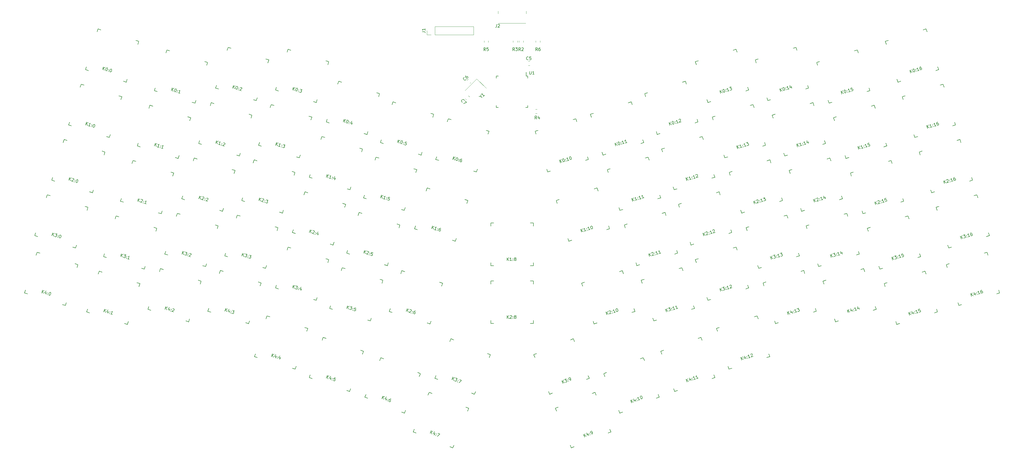
<source format=gto>
G04 #@! TF.GenerationSoftware,KiCad,Pcbnew,(5.1.4)-1*
G04 #@! TF.CreationDate,2019-11-21T23:19:01-08:00*
G04 #@! TF.ProjectId,AODox,414f446f-782e-46b6-9963-61645f706362,v2*
G04 #@! TF.SameCoordinates,Original*
G04 #@! TF.FileFunction,Legend,Top*
G04 #@! TF.FilePolarity,Positive*
%FSLAX46Y46*%
G04 Gerber Fmt 4.6, Leading zero omitted, Abs format (unit mm)*
G04 Created by KiCad (PCBNEW (5.1.4)-1) date 2019-11-21 23:19:01*
%MOMM*%
%LPD*%
G04 APERTURE LIST*
%ADD10C,0.120000*%
%ADD11C,0.150000*%
G04 APERTURE END LIST*
D10*
X224612251Y-66196000D02*
X224612251Y-65296000D01*
X215422251Y-66196000D02*
X215422251Y-65296000D01*
X224492251Y-69276000D02*
X215542251Y-69276000D01*
D11*
X199050674Y-100683834D02*
X198758302Y-101640139D01*
X200006978Y-100976205D02*
X199050674Y-100683834D01*
X212146569Y-105733342D02*
X212438940Y-104777038D01*
X212438940Y-104777038D02*
X211482635Y-104484666D01*
X195249841Y-113115796D02*
X194957470Y-114072100D01*
X194957470Y-114072100D02*
X195913775Y-114364472D01*
X208345736Y-118165304D02*
X208638108Y-117208999D01*
X207389432Y-117872933D02*
X208345736Y-118165304D01*
D10*
X205024954Y-94477779D02*
X204655488Y-94108313D01*
X206029046Y-93473687D02*
X205659580Y-93104221D01*
X225294164Y-83141633D02*
X225816668Y-83141633D01*
X225294164Y-81721633D02*
X225816668Y-81721633D01*
X206559029Y-88666142D02*
X206189563Y-89035608D01*
X205554937Y-87662050D02*
X205185471Y-88031516D01*
X207397368Y-73081324D02*
X207397368Y-70421324D01*
X194637368Y-73081324D02*
X207397368Y-73081324D01*
X194637368Y-70421324D02*
X207397368Y-70421324D01*
X194637368Y-73081324D02*
X194637368Y-70421324D01*
X193367368Y-73081324D02*
X192037368Y-73081324D01*
X192037368Y-73081324D02*
X192037368Y-71751324D01*
D11*
X163083208Y-88356765D02*
X162790836Y-89313070D01*
X164039512Y-88649136D02*
X163083208Y-88356765D01*
X176179103Y-93406273D02*
X176471474Y-92449969D01*
X176471474Y-92449969D02*
X175515169Y-92157597D01*
X159282375Y-100788727D02*
X158990004Y-101745031D01*
X158990004Y-101745031D02*
X159946309Y-102037403D01*
X172378270Y-105838235D02*
X172670642Y-104881930D01*
X171421966Y-105545864D02*
X172378270Y-105838235D01*
X280219839Y-81946018D02*
X280512210Y-82902322D01*
X281176144Y-81653646D02*
X280219839Y-81946018D01*
X293900477Y-78809119D02*
X293608105Y-77852814D01*
X293608105Y-77852814D02*
X292651801Y-78145185D01*
X284020671Y-94377979D02*
X284313043Y-95334284D01*
X284313043Y-95334284D02*
X285269347Y-95041913D01*
X297701309Y-91241080D02*
X297408938Y-90284776D01*
X296745004Y-91533452D02*
X297701309Y-91241080D01*
X299902690Y-81339854D02*
X300195061Y-82296158D01*
X300858995Y-81047482D02*
X299902690Y-81339854D01*
X313583328Y-78202955D02*
X313290956Y-77246650D01*
X313290956Y-77246650D02*
X312334652Y-77539021D01*
X303703522Y-93771815D02*
X303995894Y-94728120D01*
X303995894Y-94728120D02*
X304952198Y-94435749D01*
X317384160Y-90634916D02*
X317091789Y-89678612D01*
X316427855Y-90927288D02*
X317384160Y-90634916D01*
X227595606Y-104777025D02*
X227887977Y-105733329D01*
X228551911Y-104484653D02*
X227595606Y-104777025D01*
X241276244Y-101640126D02*
X240983872Y-100683821D01*
X240983872Y-100683821D02*
X240027568Y-100976192D01*
X231396438Y-117208986D02*
X231688810Y-118165291D01*
X231688810Y-118165291D02*
X232645114Y-117872920D01*
X245077076Y-114072087D02*
X244784705Y-113115783D01*
X244120771Y-114364459D02*
X245077076Y-114072087D01*
X101066097Y-96247034D02*
X100773725Y-97203339D01*
X102022401Y-96539405D02*
X101066097Y-96247034D01*
X114161992Y-101296542D02*
X114454363Y-100340238D01*
X114454363Y-100340238D02*
X113498058Y-100047866D01*
X97265264Y-108678996D02*
X96972893Y-109635300D01*
X96972893Y-109635300D02*
X97929198Y-109927672D01*
X110361159Y-113728504D02*
X110653531Y-112772199D01*
X109404855Y-113436133D02*
X110361159Y-113728504D01*
X84028434Y-71169965D02*
X83736062Y-72126270D01*
X84984738Y-71462336D02*
X84028434Y-71169965D01*
X97124329Y-76219473D02*
X97416700Y-75263169D01*
X97416700Y-75263169D02*
X96460395Y-74970797D01*
X80227601Y-83601927D02*
X79935230Y-84558231D01*
X79935230Y-84558231D02*
X80891535Y-84850603D01*
X93323496Y-88651435D02*
X93615868Y-87695130D01*
X92367192Y-88359064D02*
X93323496Y-88651435D01*
X146426441Y-77852827D02*
X146134069Y-78809132D01*
X147382745Y-78145198D02*
X146426441Y-77852827D01*
X159522336Y-82902335D02*
X159814707Y-81946031D01*
X159814707Y-81946031D02*
X158858402Y-81653659D01*
X142625608Y-90284789D02*
X142333237Y-91241093D01*
X142333237Y-91241093D02*
X143289542Y-91533465D01*
X155721503Y-95334297D02*
X156013875Y-94377992D01*
X154765199Y-95041926D02*
X155721503Y-95334297D01*
X245765345Y-99221971D02*
X246057716Y-100178275D01*
X246721650Y-98929599D02*
X245765345Y-99221971D01*
X259445983Y-96085072D02*
X259153611Y-95128767D01*
X259153611Y-95128767D02*
X258197307Y-95421138D01*
X249566177Y-111653932D02*
X249858549Y-112610237D01*
X249858549Y-112610237D02*
X250814853Y-112317866D01*
X263246815Y-108517033D02*
X262954444Y-107560729D01*
X262290510Y-108809405D02*
X263246815Y-108517033D01*
X121188524Y-95416448D02*
X120896152Y-96372753D01*
X122144828Y-95708819D02*
X121188524Y-95416448D01*
X134284419Y-100465956D02*
X134576790Y-99509652D01*
X134576790Y-99509652D02*
X133620485Y-99217280D01*
X117387691Y-107848410D02*
X117095320Y-108804714D01*
X117095320Y-108804714D02*
X118051625Y-109097086D01*
X130483586Y-112897918D02*
X130775958Y-111941613D01*
X129527282Y-112605547D02*
X130483586Y-112897918D01*
X320025097Y-82170451D02*
X320317468Y-83126755D01*
X320981402Y-81878079D02*
X320025097Y-82170451D01*
X333705735Y-79033552D02*
X333413363Y-78077247D01*
X333413363Y-78077247D02*
X332457059Y-78369618D01*
X323825929Y-94602412D02*
X324118301Y-95558717D01*
X324118301Y-95558717D02*
X325074605Y-95266346D01*
X337506567Y-91465513D02*
X337214196Y-90509209D01*
X336550262Y-91757885D02*
X337506567Y-91465513D01*
X126743611Y-77246653D02*
X126451239Y-78202958D01*
X127699915Y-77539024D02*
X126743611Y-77246653D01*
X139839506Y-82296161D02*
X140131877Y-81339857D01*
X140131877Y-81339857D02*
X139175572Y-81047485D01*
X122942778Y-89678615D02*
X122650407Y-90634919D01*
X122650407Y-90634919D02*
X123606712Y-90927291D01*
X136038673Y-94728123D02*
X136331045Y-93771818D01*
X135082369Y-94435752D02*
X136038673Y-94728123D01*
X180880899Y-95128782D02*
X180588527Y-96085087D01*
X181837203Y-95421153D02*
X180880899Y-95128782D01*
X193976794Y-100178290D02*
X194269165Y-99221986D01*
X194269165Y-99221986D02*
X193312860Y-98929614D01*
X177080066Y-107560744D02*
X176787695Y-108517048D01*
X176787695Y-108517048D02*
X177744000Y-108809420D01*
X190175961Y-112610252D02*
X190468333Y-111653947D01*
X189219657Y-112317881D02*
X190175961Y-112610252D01*
X263563102Y-92449969D02*
X263855473Y-93406273D01*
X264519407Y-92157597D02*
X263563102Y-92449969D01*
X277243740Y-89313070D02*
X276951368Y-88356765D01*
X276951368Y-88356765D02*
X275995064Y-88649136D01*
X267363934Y-104881930D02*
X267656306Y-105838235D01*
X267656306Y-105838235D02*
X268612610Y-105545864D01*
X281044572Y-101745031D02*
X280752201Y-100788727D01*
X280088267Y-102037403D02*
X281044572Y-101745031D01*
X342617809Y-75263154D02*
X342910180Y-76219458D01*
X343574114Y-74970782D02*
X342617809Y-75263154D01*
X356298447Y-72126255D02*
X356006075Y-71169950D01*
X356006075Y-71169950D02*
X355049771Y-71462321D01*
X346418641Y-87695115D02*
X346711013Y-88651420D01*
X346711013Y-88651420D02*
X347667317Y-88359049D01*
X360099279Y-84558216D02*
X359806908Y-83601912D01*
X359142974Y-84850588D02*
X360099279Y-84558216D01*
X78473350Y-89339751D02*
X78180978Y-90296056D01*
X79429654Y-89632122D02*
X78473350Y-89339751D01*
X91569245Y-94389259D02*
X91861616Y-93432955D01*
X91861616Y-93432955D02*
X90905311Y-93140583D01*
X74672517Y-101771713D02*
X74380146Y-102728017D01*
X74380146Y-102728017D02*
X75336451Y-103020389D01*
X87768412Y-106821221D02*
X88060784Y-105864916D01*
X86812108Y-106528850D02*
X87768412Y-106821221D01*
X106621175Y-78077275D02*
X106328803Y-79033580D01*
X107577479Y-78369646D02*
X106621175Y-78077275D01*
X119717070Y-83126783D02*
X120009441Y-82170479D01*
X120009441Y-82170479D02*
X119053136Y-81878107D01*
X102820342Y-90509237D02*
X102527971Y-91465541D01*
X102527971Y-91465541D02*
X103484276Y-91757913D01*
X115916237Y-95558745D02*
X116208609Y-94602440D01*
X114959933Y-95266374D02*
X115916237Y-95558745D01*
X362626654Y-148618441D02*
X362919025Y-149574745D01*
X363582959Y-148326069D02*
X362626654Y-148618441D01*
X376307292Y-145481542D02*
X376014920Y-144525237D01*
X376014920Y-144525237D02*
X375058616Y-144817608D01*
X366427486Y-161050402D02*
X366719858Y-162006707D01*
X366719858Y-162006707D02*
X367676162Y-161714336D01*
X380108124Y-157913503D02*
X379815753Y-156957199D01*
X379151819Y-158205875D02*
X380108124Y-157913503D01*
D10*
X221727032Y-75074744D02*
X221727032Y-75597248D01*
X220307032Y-75074744D02*
X220307032Y-75597248D01*
X227664161Y-98971633D02*
X228186665Y-98971633D01*
X227664161Y-97551633D02*
X228186665Y-97551633D01*
D11*
X84400905Y-150756421D02*
X84108533Y-151712726D01*
X85357209Y-151048792D02*
X84400905Y-150756421D01*
X97496800Y-155805929D02*
X97789171Y-154849625D01*
X97789171Y-154849625D02*
X96832866Y-154557253D01*
X80600072Y-163188383D02*
X80307701Y-164144687D01*
X80307701Y-164144687D02*
X81264006Y-164437059D01*
X93695967Y-168237891D02*
X93988339Y-167281586D01*
X92739663Y-167945520D02*
X93695967Y-168237891D01*
X183727231Y-197021582D02*
X184654415Y-197396188D01*
X184654415Y-197396188D02*
X185029021Y-196469004D01*
X171673841Y-192151696D02*
X172601025Y-192526302D01*
X172048447Y-191224512D02*
X171673841Y-192151696D01*
X189898907Y-184415614D02*
X188971723Y-184041008D01*
X189524301Y-185342798D02*
X189898907Y-184415614D01*
X177845517Y-179545728D02*
X176918333Y-179171122D01*
X176918333Y-179171122D02*
X176543727Y-180098306D01*
D10*
X227807266Y-75074750D02*
X227807266Y-75597254D01*
X229227266Y-75074750D02*
X229227266Y-75597254D01*
X210807262Y-75074743D02*
X210807262Y-75597247D01*
X212227262Y-75074743D02*
X212227262Y-75597247D01*
D11*
X250135622Y-184415633D02*
X250510228Y-185342817D01*
X251062806Y-184041027D02*
X250135622Y-184415633D01*
X263490802Y-180098325D02*
X263116196Y-179171141D01*
X263116196Y-179171141D02*
X262189012Y-179545747D01*
X255005508Y-196469023D02*
X255380114Y-197396207D01*
X255380114Y-197396207D02*
X256307298Y-197021601D01*
X268360688Y-192151715D02*
X267986082Y-191224531D01*
X267433504Y-192526321D02*
X268360688Y-192151715D01*
D10*
X208385818Y-87556179D02*
X204567442Y-91374555D01*
X211497088Y-90667449D02*
X208385818Y-87556179D01*
D11*
X157971047Y-172492328D02*
X157645479Y-173437846D01*
X158916566Y-172817896D02*
X157971047Y-172492328D01*
X170882739Y-177995801D02*
X171208307Y-177050282D01*
X171208307Y-177050282D02*
X170262789Y-176724714D01*
X153738661Y-184784069D02*
X153413093Y-185729588D01*
X153413093Y-185729588D02*
X154358611Y-186055156D01*
X166650353Y-190287542D02*
X166975921Y-189342024D01*
X165704834Y-189961974D02*
X166650353Y-190287542D01*
X302440118Y-154625214D02*
X302732489Y-155581518D01*
X303396423Y-154332842D02*
X302440118Y-154625214D01*
X316120756Y-151488315D02*
X315828384Y-150532010D01*
X315828384Y-150532010D02*
X314872080Y-150824381D01*
X306240950Y-167057175D02*
X306533322Y-168013480D01*
X306533322Y-168013480D02*
X307489626Y-167721109D01*
X319921588Y-163920276D02*
X319629217Y-162963972D01*
X318965283Y-164212648D02*
X319921588Y-163920276D01*
X296885061Y-136455413D02*
X297177432Y-137411717D01*
X297841366Y-136163041D02*
X296885061Y-136455413D01*
X310565699Y-133318514D02*
X310273327Y-132362209D01*
X310273327Y-132362209D02*
X309317023Y-132654580D01*
X300685893Y-148887374D02*
X300978265Y-149843679D01*
X300978265Y-149843679D02*
X301934569Y-149551308D01*
X314366531Y-145750475D02*
X314074160Y-144794171D01*
X313410226Y-146042847D02*
X314366531Y-145750475D01*
X316567881Y-135849252D02*
X316860252Y-136805556D01*
X317524186Y-135556880D02*
X316567881Y-135849252D01*
X330248519Y-132712353D02*
X329956147Y-131756048D01*
X329956147Y-131756048D02*
X328999843Y-132048419D01*
X320368713Y-148281213D02*
X320661085Y-149237518D01*
X320661085Y-149237518D02*
X321617389Y-148945147D01*
X334049351Y-145144314D02*
X333756980Y-144188010D01*
X333093046Y-145436686D02*
X334049351Y-145144314D01*
X359283027Y-129772532D02*
X359575398Y-130728836D01*
X360239332Y-129480160D02*
X359283027Y-129772532D01*
X372963665Y-126635633D02*
X372671293Y-125679328D01*
X372671293Y-125679328D02*
X371714989Y-125971699D01*
X363083859Y-142204493D02*
X363376231Y-143160798D01*
X363376231Y-143160798D02*
X364332535Y-142868427D01*
X376764497Y-139067594D02*
X376472126Y-138111290D01*
X375808192Y-139359966D02*
X376764497Y-139067594D01*
X139510731Y-165458857D02*
X139218359Y-166415162D01*
X140467035Y-165751228D02*
X139510731Y-165458857D01*
X152606626Y-170508365D02*
X152898997Y-169552061D01*
X152898997Y-169552061D02*
X151942692Y-169259689D01*
X135709898Y-177890819D02*
X135417527Y-178847123D01*
X135417527Y-178847123D02*
X136373832Y-179139495D01*
X148805793Y-182940327D02*
X149098165Y-181984022D01*
X147849489Y-182647956D02*
X148805793Y-182940327D01*
X199611163Y-208427333D02*
X200538347Y-208801939D01*
X200538347Y-208801939D02*
X200912953Y-207874755D01*
X187557773Y-203557447D02*
X188484957Y-203932053D01*
X187932379Y-202630263D02*
X187557773Y-203557447D01*
X205782839Y-195821365D02*
X204855655Y-195446759D01*
X205408233Y-196748549D02*
X205782839Y-195821365D01*
X193729449Y-190951479D02*
X192802265Y-190576873D01*
X192802265Y-190576873D02*
X192427659Y-191504057D01*
X342245371Y-154849629D02*
X342537742Y-155805933D01*
X343201676Y-154557257D02*
X342245371Y-154849629D01*
X355926009Y-151712730D02*
X355633637Y-150756425D01*
X355633637Y-150756425D02*
X354677333Y-151048796D01*
X346046203Y-167281590D02*
X346338575Y-168237895D01*
X346338575Y-168237895D02*
X347294879Y-167945524D01*
X359726841Y-164144691D02*
X359434470Y-163188387D01*
X358770536Y-164437063D02*
X359726841Y-164144691D01*
D10*
X223727034Y-75074746D02*
X223727034Y-75597250D01*
X222307034Y-75074746D02*
X222307034Y-75597250D01*
D11*
X64019618Y-144525238D02*
X63727246Y-145481543D01*
X64975922Y-144817609D02*
X64019618Y-144525238D01*
X77115513Y-149574746D02*
X77407884Y-148618442D01*
X77407884Y-148618442D02*
X76451579Y-148326070D01*
X60218785Y-156957200D02*
X59926414Y-157913504D01*
X59926414Y-157913504D02*
X60882719Y-158205876D01*
X73314680Y-162006708D02*
X73607052Y-161050403D01*
X72358376Y-161714337D02*
X73314680Y-162006708D01*
X104523337Y-149925848D02*
X104230965Y-150882153D01*
X105479641Y-150218219D02*
X104523337Y-149925848D01*
X117619232Y-154975356D02*
X117911603Y-154019052D01*
X117911603Y-154019052D02*
X116955298Y-153726680D01*
X100722504Y-162357810D02*
X100430133Y-163314114D01*
X100430133Y-163314114D02*
X101386438Y-163606486D01*
X113818399Y-167407318D02*
X114110771Y-166451013D01*
X112862095Y-167114947D02*
X113818399Y-167407318D01*
X234251689Y-195821376D02*
X234626295Y-196748560D01*
X235178873Y-195446770D02*
X234251689Y-195821376D01*
X247606869Y-191504068D02*
X247232263Y-190576884D01*
X247232263Y-190576884D02*
X246305079Y-190951490D01*
X239121575Y-207874766D02*
X239496181Y-208801950D01*
X239496181Y-208801950D02*
X240423365Y-208427344D01*
X252476755Y-203557458D02*
X252102149Y-202630274D01*
X251549571Y-203932064D02*
X252476755Y-203557458D01*
X124206167Y-150532020D02*
X123913795Y-151488325D01*
X125162471Y-150824391D02*
X124206167Y-150532020D01*
X137302062Y-155581528D02*
X137594433Y-154625224D01*
X137594433Y-154625224D02*
X136638128Y-154332852D01*
X120405334Y-162963982D02*
X120112963Y-163920286D01*
X120112963Y-163920286D02*
X121069268Y-164212658D01*
X133501229Y-168013490D02*
X133793601Y-167057185D01*
X132544925Y-167721119D02*
X133501229Y-168013490D01*
X336690288Y-136679833D02*
X336982659Y-137636137D01*
X337646593Y-136387461D02*
X336690288Y-136679833D01*
X350370926Y-133542934D02*
X350078554Y-132586629D01*
X350078554Y-132586629D02*
X349122250Y-132879000D01*
X340491120Y-149111794D02*
X340783492Y-150068099D01*
X340783492Y-150068099D02*
X341739796Y-149775728D01*
X354171758Y-145974895D02*
X353879387Y-145018591D01*
X353215453Y-146267267D02*
X354171758Y-145974895D01*
X280228299Y-146959353D02*
X280520670Y-147915657D01*
X281184604Y-146666981D02*
X280228299Y-146959353D01*
X293908937Y-143822454D02*
X293616565Y-142866149D01*
X293616565Y-142866149D02*
X292660261Y-143158520D01*
X284029131Y-159391314D02*
X284321503Y-160347619D01*
X284321503Y-160347619D02*
X285277807Y-160055248D01*
X297709769Y-156254415D02*
X297417398Y-155298111D01*
X296753464Y-156546787D02*
X297709769Y-156254415D01*
X268826218Y-177050274D02*
X269151786Y-177995793D01*
X269771736Y-176724706D02*
X268826218Y-177050274D01*
X282389046Y-173437838D02*
X282063478Y-172492320D01*
X282063478Y-172492320D02*
X281117959Y-172817888D01*
X273058604Y-189342016D02*
X273384172Y-190287534D01*
X273384172Y-190287534D02*
X274329691Y-189961966D01*
X286621432Y-185729580D02*
X286295864Y-184784061D01*
X285675914Y-186055148D02*
X286621432Y-185729580D01*
X287135556Y-169552050D02*
X287427927Y-170508354D01*
X288091861Y-169259678D02*
X287135556Y-169552050D01*
X300816194Y-166415151D02*
X300523822Y-165458846D01*
X300523822Y-165458846D02*
X299567518Y-165751217D01*
X290936388Y-181984011D02*
X291228760Y-182940316D01*
X291228760Y-182940316D02*
X292185064Y-182647945D01*
X304617026Y-178847112D02*
X304324655Y-177890808D01*
X303660721Y-179139484D02*
X304617026Y-178847112D01*
X322122906Y-154019044D02*
X322415277Y-154975348D01*
X323079211Y-153726672D02*
X322122906Y-154019044D01*
X335803544Y-150882145D02*
X335511172Y-149925840D01*
X335511172Y-149925840D02*
X334554868Y-150218211D01*
X325923738Y-166451005D02*
X326216110Y-167407310D01*
X326216110Y-167407310D02*
X327172414Y-167114939D01*
X339604376Y-163314106D02*
X339312005Y-162357802D01*
X338648071Y-163606478D02*
X339604376Y-163314106D01*
X129761246Y-132362225D02*
X129468874Y-133318530D01*
X130717550Y-132654596D02*
X129761246Y-132362225D01*
X142857141Y-137411733D02*
X143149512Y-136455429D01*
X143149512Y-136455429D02*
X142193207Y-136163057D01*
X125960413Y-144794187D02*
X125668042Y-145750491D01*
X125668042Y-145750491D02*
X126624347Y-146042863D01*
X139056308Y-149843695D02*
X139348680Y-148887390D01*
X138100004Y-149551324D02*
X139056308Y-149843695D01*
X164215721Y-149638164D02*
X163923349Y-150594469D01*
X165172025Y-149930535D02*
X164215721Y-149638164D01*
X177311616Y-154687672D02*
X177603987Y-153731368D01*
X177603987Y-153731368D02*
X176647682Y-153438996D01*
X160414888Y-162070126D02*
X160122517Y-163026430D01*
X160122517Y-163026430D02*
X161078822Y-163318802D01*
X173510783Y-167119634D02*
X173803155Y-166163329D01*
X172554479Y-166827263D02*
X173510783Y-167119634D01*
X199919789Y-172960365D02*
X199545183Y-173887549D01*
X200846973Y-173334971D02*
X199919789Y-172960365D01*
X212525757Y-179132041D02*
X212900363Y-178204857D01*
X212900363Y-178204857D02*
X211973179Y-177830251D01*
X195049903Y-185013755D02*
X194675297Y-185940939D01*
X194675297Y-185940939D02*
X195602481Y-186315545D01*
X207655871Y-191185431D02*
X208030477Y-190258247D01*
X206728687Y-190810825D02*
X207655871Y-191185431D01*
X227134168Y-178204878D02*
X227508774Y-179132062D01*
X228061352Y-177830272D02*
X227134168Y-178204878D01*
X240489348Y-173887570D02*
X240114742Y-172960386D01*
X240114742Y-172960386D02*
X239187558Y-173334992D01*
X232004054Y-190258268D02*
X232378660Y-191185452D01*
X232378660Y-191185452D02*
X233305844Y-190810846D01*
X245359234Y-185940960D02*
X244984628Y-185013776D01*
X244432050Y-186315566D02*
X245359234Y-185940960D01*
X256875512Y-135561571D02*
X257167883Y-136517875D01*
X257831817Y-135269199D02*
X256875512Y-135561571D01*
X270556150Y-132424672D02*
X270263778Y-131468367D01*
X270263778Y-131468367D02*
X269307474Y-131760738D01*
X260676344Y-147993532D02*
X260968716Y-148949837D01*
X260968716Y-148949837D02*
X261925020Y-148657466D01*
X274356982Y-144856633D02*
X274064611Y-143900329D01*
X273400677Y-145149005D02*
X274356982Y-144856633D01*
X146418020Y-142866155D02*
X146125648Y-143822460D01*
X147374324Y-143158526D02*
X146418020Y-142866155D01*
X159513915Y-147915663D02*
X159806286Y-146959359D01*
X159806286Y-146959359D02*
X158849981Y-146666987D01*
X142617187Y-155298117D02*
X142324816Y-156254421D01*
X142324816Y-156254421D02*
X143281121Y-156546793D01*
X155713082Y-160347625D02*
X156005454Y-159391320D01*
X154756778Y-160055254D02*
X155713082Y-160347625D01*
X262430566Y-153731350D02*
X262722937Y-154687654D01*
X263386871Y-153438978D02*
X262430566Y-153731350D01*
X276111204Y-150594451D02*
X275818832Y-149638146D01*
X275818832Y-149638146D02*
X274862528Y-149930517D01*
X266231398Y-166163311D02*
X266523770Y-167119616D01*
X266523770Y-167119616D02*
X267480074Y-166827245D01*
X279912036Y-163026412D02*
X279619665Y-162070108D01*
X278955731Y-163318784D02*
X279912036Y-163026412D01*
X242859822Y-154704133D02*
X243152193Y-155660437D01*
X243816127Y-154411761D02*
X242859822Y-154704133D01*
X256540460Y-151567234D02*
X256248088Y-150610929D01*
X256248088Y-150610929D02*
X255291784Y-150903300D01*
X246660654Y-167136094D02*
X246953026Y-168092399D01*
X246953026Y-168092399D02*
X247909330Y-167800028D01*
X260341292Y-163999195D02*
X260048921Y-163042891D01*
X259384987Y-164291567D02*
X260341292Y-163999195D01*
X110078423Y-131756055D02*
X109786051Y-132712360D01*
X111034727Y-132048426D02*
X110078423Y-131756055D01*
X123174318Y-136805563D02*
X123466689Y-135849259D01*
X123466689Y-135849259D02*
X122510384Y-135556887D01*
X106277590Y-144188017D02*
X105985219Y-145144321D01*
X105985219Y-145144321D02*
X106941524Y-145436693D01*
X119373485Y-149237525D02*
X119665857Y-148281220D01*
X118417181Y-148945154D02*
X119373485Y-149237525D01*
X291329998Y-118285637D02*
X291622369Y-119241941D01*
X292286303Y-117993265D02*
X291329998Y-118285637D01*
X305010636Y-115148738D02*
X304718264Y-114192433D01*
X304718264Y-114192433D02*
X303761960Y-114484804D01*
X295130830Y-130717598D02*
X295423202Y-131673903D01*
X295423202Y-131673903D02*
X296379506Y-131381532D01*
X308811468Y-127580699D02*
X308519097Y-126624395D01*
X307855163Y-127873071D02*
X308811468Y-127580699D01*
X353727968Y-111602749D02*
X354020339Y-112559053D01*
X354684273Y-111310377D02*
X353727968Y-111602749D01*
X367408606Y-108465850D02*
X367116234Y-107509545D01*
X367116234Y-107509545D02*
X366159930Y-107801916D01*
X357528800Y-124034710D02*
X357821172Y-124991015D01*
X357821172Y-124991015D02*
X358777476Y-124698644D01*
X371209438Y-120897811D02*
X370917067Y-119941507D01*
X370253133Y-121190183D02*
X371209438Y-120897811D01*
X67363216Y-125679333D02*
X67070844Y-126635638D01*
X68319520Y-125971704D02*
X67363216Y-125679333D01*
X80459111Y-130728841D02*
X80751482Y-129772537D01*
X80751482Y-129772537D02*
X79795177Y-129480165D01*
X63562383Y-138111295D02*
X63270012Y-139067599D01*
X63270012Y-139067599D02*
X64226317Y-139359971D01*
X76658278Y-143160803D02*
X76950650Y-142204498D01*
X75701974Y-142868432D02*
X76658278Y-143160803D01*
X311012796Y-117679453D02*
X311305167Y-118635757D01*
X311969101Y-117387081D02*
X311012796Y-117679453D01*
X324693434Y-114542554D02*
X324401062Y-113586249D01*
X324401062Y-113586249D02*
X323444758Y-113878620D01*
X314813628Y-130111414D02*
X315106000Y-131067719D01*
X315106000Y-131067719D02*
X316062304Y-130775348D01*
X328494266Y-126974515D02*
X328201895Y-126018211D01*
X327537961Y-127266887D02*
X328494266Y-126974515D01*
X183786420Y-150610928D02*
X183494048Y-151567233D01*
X184742724Y-150903299D02*
X183786420Y-150610928D01*
X196882315Y-155660436D02*
X197174686Y-154704132D01*
X197174686Y-154704132D02*
X196218381Y-154411760D01*
X179985587Y-163042890D02*
X179693216Y-163999194D01*
X179693216Y-163999194D02*
X180649521Y-164291566D01*
X193081482Y-168092398D02*
X193373854Y-167136093D01*
X192125178Y-167800027D02*
X193081482Y-168092398D01*
X274673243Y-128789568D02*
X274965614Y-129745872D01*
X275629548Y-128497196D02*
X274673243Y-128789568D01*
X288353881Y-125652669D02*
X288061509Y-124696364D01*
X288061509Y-124696364D02*
X287105205Y-124988735D01*
X278474075Y-141221529D02*
X278766447Y-142177834D01*
X278766447Y-142177834D02*
X279722751Y-141885463D01*
X292154713Y-138084630D02*
X291862342Y-137128326D01*
X291198408Y-138377002D02*
X292154713Y-138084630D01*
X213017265Y-153954547D02*
X213017265Y-154954547D01*
X214017265Y-153954547D02*
X213017265Y-153954547D01*
X227017265Y-154954547D02*
X227017265Y-153954547D01*
X227017265Y-153954547D02*
X226017265Y-153954547D01*
X213017265Y-166954547D02*
X213017265Y-167954547D01*
X213017265Y-167954547D02*
X214017265Y-167954547D01*
X227017265Y-167954547D02*
X227017265Y-166954547D01*
X226017265Y-167954547D02*
X227017265Y-167954547D01*
X331135234Y-118510040D02*
X331427605Y-119466344D01*
X332091539Y-118217668D02*
X331135234Y-118510040D01*
X344815872Y-115373141D02*
X344523500Y-114416836D01*
X344523500Y-114416836D02*
X343567196Y-114709207D01*
X334936066Y-130942001D02*
X335228438Y-131898306D01*
X335228438Y-131898306D02*
X336184742Y-131605935D01*
X348616704Y-127805102D02*
X348324333Y-126848798D01*
X347660399Y-128097474D02*
X348616704Y-127805102D01*
X89955952Y-132586622D02*
X89663580Y-133542927D01*
X90912256Y-132878993D02*
X89955952Y-132586622D01*
X103051847Y-137636130D02*
X103344218Y-136679826D01*
X103344218Y-136679826D02*
X102387913Y-136387454D01*
X86155119Y-145018584D02*
X85862748Y-145974888D01*
X85862748Y-145974888D02*
X86819053Y-146267260D01*
X99251014Y-150068092D02*
X99543386Y-149111787D01*
X98294710Y-149775721D02*
X99251014Y-150068092D01*
X251320432Y-117391756D02*
X251612803Y-118348060D01*
X252276737Y-117099384D02*
X251320432Y-117391756D01*
X265001070Y-114254857D02*
X264708698Y-113298552D01*
X264708698Y-113298552D02*
X263752394Y-113590923D01*
X255121264Y-129823717D02*
X255413636Y-130780022D01*
X255413636Y-130780022D02*
X256369940Y-130487651D01*
X268801902Y-126686818D02*
X268509531Y-125730514D01*
X267845597Y-126979190D02*
X268801902Y-126686818D01*
X157528157Y-106526558D02*
X157235785Y-107482863D01*
X158484461Y-106818929D02*
X157528157Y-106526558D01*
X170624052Y-111576066D02*
X170916423Y-110619762D01*
X170916423Y-110619762D02*
X169960118Y-110327390D01*
X153727324Y-118958520D02*
X153434953Y-119914824D01*
X153434953Y-119914824D02*
X154391258Y-120207196D01*
X166823219Y-124008028D02*
X167115591Y-123051723D01*
X165866915Y-123715657D02*
X166823219Y-124008028D01*
X269118158Y-110619748D02*
X269410529Y-111576052D01*
X270074463Y-110327376D02*
X269118158Y-110619748D01*
X282798796Y-107482849D02*
X282506424Y-106526544D01*
X282506424Y-106526544D02*
X281550120Y-106818915D01*
X272918990Y-123051709D02*
X273211362Y-124008014D01*
X273211362Y-124008014D02*
X274167666Y-123715643D01*
X286599628Y-119914810D02*
X286307257Y-118958506D01*
X285643323Y-120207182D02*
X286599628Y-119914810D01*
X305457710Y-99509634D02*
X305750081Y-100465938D01*
X306414015Y-99217262D02*
X305457710Y-99509634D01*
X319138348Y-96372735D02*
X318845976Y-95416430D01*
X318845976Y-95416430D02*
X317889672Y-95708801D01*
X309258542Y-111941595D02*
X309550914Y-112897900D01*
X309550914Y-112897900D02*
X310507218Y-112605529D01*
X322939180Y-108804696D02*
X322646809Y-107848392D01*
X321982875Y-109097068D02*
X322939180Y-108804696D01*
X192094679Y-123435916D02*
X191802307Y-124392221D01*
X193050983Y-123728287D02*
X192094679Y-123435916D01*
X205190574Y-128485424D02*
X205482945Y-127529120D01*
X205482945Y-127529120D02*
X204526640Y-127236748D01*
X188293846Y-135867878D02*
X188001475Y-136824182D01*
X188001475Y-136824182D02*
X188957780Y-137116554D01*
X201389741Y-140917386D02*
X201682113Y-139961081D01*
X200433437Y-140625015D02*
X201389741Y-140917386D01*
X95511036Y-114416850D02*
X95218664Y-115373155D01*
X96467340Y-114709221D02*
X95511036Y-114416850D01*
X108606931Y-119466358D02*
X108899302Y-118510054D01*
X108899302Y-118510054D02*
X107942997Y-118217682D01*
X91710203Y-126848812D02*
X91417832Y-127805116D01*
X91417832Y-127805116D02*
X92374137Y-128097488D01*
X104806098Y-131898320D02*
X105098470Y-130942015D01*
X103849794Y-131605949D02*
X104806098Y-131898320D01*
X213017262Y-134954554D02*
X213017262Y-135954554D01*
X214017262Y-134954554D02*
X213017262Y-134954554D01*
X227017262Y-135954554D02*
X227017262Y-134954554D01*
X227017262Y-134954554D02*
X226017262Y-134954554D01*
X213017262Y-147954554D02*
X213017262Y-148954554D01*
X213017262Y-148954554D02*
X214017262Y-148954554D01*
X227017262Y-148954554D02*
X227017262Y-147954554D01*
X226017262Y-148954554D02*
X227017262Y-148954554D01*
X135316306Y-114192435D02*
X135023934Y-115148740D01*
X136272610Y-114484806D02*
X135316306Y-114192435D01*
X148412201Y-119241943D02*
X148704572Y-118285639D01*
X148704572Y-118285639D02*
X147748267Y-117993267D01*
X131515473Y-126624397D02*
X131223102Y-127580701D01*
X131223102Y-127580701D02*
X132179407Y-127873073D01*
X144611368Y-131673905D02*
X144903740Y-130717600D01*
X143655064Y-131381534D02*
X144611368Y-131673905D01*
X151973072Y-124696362D02*
X151680700Y-125652667D01*
X152929376Y-124988733D02*
X151973072Y-124696362D01*
X165068967Y-129745870D02*
X165361338Y-128789566D01*
X165361338Y-128789566D02*
X164405033Y-128497194D01*
X148172239Y-137128324D02*
X147879868Y-138084628D01*
X147879868Y-138084628D02*
X148836173Y-138377000D01*
X161268134Y-142177832D02*
X161560506Y-141221527D01*
X160311830Y-141885461D02*
X161268134Y-142177832D01*
X175325860Y-113298567D02*
X175033488Y-114254872D01*
X176282164Y-113590938D02*
X175325860Y-113298567D01*
X188421755Y-118348075D02*
X188714126Y-117391771D01*
X188714126Y-117391771D02*
X187757821Y-117099399D01*
X171525027Y-125730529D02*
X171232656Y-126686833D01*
X171232656Y-126686833D02*
X172188961Y-126979205D01*
X184620922Y-130780037D02*
X184913294Y-129823732D01*
X183664618Y-130487666D02*
X184620922Y-130780037D01*
X348172922Y-93432935D02*
X348465293Y-94389239D01*
X349129227Y-93140563D02*
X348172922Y-93432935D01*
X361853560Y-90296036D02*
X361561188Y-89339731D01*
X361561188Y-89339731D02*
X360604884Y-89632102D01*
X351973754Y-105864896D02*
X352266126Y-106821201D01*
X352266126Y-106821201D02*
X353222430Y-106528830D01*
X365654392Y-102727997D02*
X365362021Y-101771693D01*
X364698087Y-103020369D02*
X365654392Y-102727997D01*
X325580181Y-100340233D02*
X325872552Y-101296537D01*
X326536486Y-100047861D02*
X325580181Y-100340233D01*
X339260819Y-97203334D02*
X338968447Y-96247029D01*
X338968447Y-96247029D02*
X338012143Y-96539400D01*
X329381013Y-112772194D02*
X329673385Y-113728499D01*
X329673385Y-113728499D02*
X330629689Y-113436128D01*
X343061651Y-109635295D02*
X342769280Y-108678991D01*
X342105346Y-109927667D02*
X343061651Y-109635295D01*
X285774912Y-100115817D02*
X286067283Y-101072121D01*
X286731217Y-99823445D02*
X285774912Y-100115817D01*
X299455550Y-96978918D02*
X299163178Y-96022613D01*
X299163178Y-96022613D02*
X298206874Y-96314984D01*
X289575744Y-112547778D02*
X289868116Y-113504083D01*
X289868116Y-113504083D02*
X290824420Y-113211712D01*
X303256382Y-109410879D02*
X302964011Y-108454575D01*
X302300077Y-109703251D02*
X303256382Y-109410879D01*
X72918267Y-107509549D02*
X72625895Y-108465854D01*
X73874571Y-107801920D02*
X72918267Y-107509549D01*
X86014162Y-112559057D02*
X86306533Y-111602753D01*
X86306533Y-111602753D02*
X85350228Y-111310381D01*
X69117434Y-119941511D02*
X68825063Y-120897815D01*
X68825063Y-120897815D02*
X69781368Y-121190187D01*
X82213329Y-124991019D02*
X82505701Y-124034714D01*
X81257025Y-124698648D02*
X82213329Y-124991019D01*
X234551632Y-127529114D02*
X234844003Y-128485418D01*
X235507937Y-127236742D02*
X234551632Y-127529114D01*
X248232270Y-124392215D02*
X247939898Y-123435910D01*
X247939898Y-123435910D02*
X246983594Y-123728281D01*
X238352464Y-139961075D02*
X238644836Y-140917380D01*
X238644836Y-140917380D02*
X239601140Y-140625009D01*
X252033102Y-136824176D02*
X251740731Y-135867872D01*
X251076797Y-137116548D02*
X252033102Y-136824176D01*
X115633472Y-113586272D02*
X115341100Y-114542577D01*
X116589776Y-113878643D02*
X115633472Y-113586272D01*
X128729367Y-118635780D02*
X129021738Y-117679476D01*
X129021738Y-117679476D02*
X128065433Y-117387104D01*
X111832639Y-126018234D02*
X111540268Y-126974538D01*
X111540268Y-126974538D02*
X112496573Y-127266910D01*
X124928534Y-131067742D02*
X125220906Y-130111437D01*
X123972230Y-130775371D02*
X124928534Y-131067742D01*
X169770801Y-131468368D02*
X169478429Y-132424673D01*
X170727105Y-131760739D02*
X169770801Y-131468368D01*
X182866696Y-136517876D02*
X183159067Y-135561572D01*
X183159067Y-135561572D02*
X182202762Y-135269200D01*
X165969968Y-143900330D02*
X165677597Y-144856634D01*
X165677597Y-144856634D02*
X166633902Y-145149006D01*
X179065863Y-148949838D02*
X179358235Y-147993533D01*
X178109559Y-148657467D02*
X179065863Y-148949838D01*
X140871354Y-96022608D02*
X140578982Y-96978913D01*
X141827658Y-96314979D02*
X140871354Y-96022608D01*
X153967249Y-101072116D02*
X154259620Y-100115812D01*
X154259620Y-100115812D02*
X153303315Y-99823440D01*
X137070521Y-108454570D02*
X136778150Y-109410874D01*
X136778150Y-109410874D02*
X137734455Y-109703246D01*
X150166416Y-113504078D02*
X150458788Y-112547773D01*
X149210112Y-113211707D02*
X150166416Y-113504078D01*
X225192039Y-86660996D02*
X224617039Y-86660996D01*
X225192039Y-97010996D02*
X224517039Y-97010996D01*
X214842039Y-97010996D02*
X215517039Y-97010996D01*
X214842039Y-86660996D02*
X215517039Y-86660996D01*
X225192039Y-86660996D02*
X225192039Y-87335996D01*
X214842039Y-86660996D02*
X214842039Y-87335996D01*
X214842039Y-97010996D02*
X214842039Y-96335996D01*
X225192039Y-97010996D02*
X225192039Y-96335996D01*
X224617039Y-86660996D02*
X224617039Y-85385996D01*
X214923917Y-69676208D02*
X214923917Y-70390494D01*
X214876298Y-70533351D01*
X214781060Y-70628589D01*
X214638203Y-70676208D01*
X214542965Y-70676208D01*
X215352489Y-69771447D02*
X215400108Y-69723828D01*
X215495346Y-69676208D01*
X215733441Y-69676208D01*
X215828679Y-69723828D01*
X215876298Y-69771447D01*
X215923917Y-69866685D01*
X215923917Y-69961923D01*
X215876298Y-70104780D01*
X215304870Y-70676208D01*
X215923917Y-70676208D01*
X200553140Y-114059966D02*
X200845512Y-113103662D01*
X201099600Y-114227036D02*
X200856825Y-113555274D01*
X201391972Y-113270731D02*
X200678442Y-113650122D01*
X201983970Y-113451723D02*
X202075047Y-113479568D01*
X202152201Y-113552951D01*
X202183817Y-113612412D01*
X202201510Y-113717411D01*
X202191359Y-113913487D01*
X202121746Y-114141179D01*
X202020518Y-114309410D01*
X201947135Y-114386564D01*
X201887674Y-114418180D01*
X201782675Y-114435873D01*
X201691598Y-114408028D01*
X201614444Y-114334645D01*
X201582828Y-114275184D01*
X201565135Y-114170185D01*
X201575286Y-113974109D01*
X201644899Y-113746418D01*
X201746127Y-113578187D01*
X201819510Y-113501033D01*
X201878971Y-113469417D01*
X201983970Y-113451723D01*
X202448056Y-114539711D02*
X202479672Y-114599172D01*
X202420211Y-114630787D01*
X202388596Y-114571327D01*
X202448056Y-114539711D01*
X202420211Y-114630787D01*
X202601203Y-114038789D02*
X202632819Y-114098250D01*
X202573359Y-114129866D01*
X202541743Y-114070405D01*
X202601203Y-114038789D01*
X202573359Y-114129866D01*
X203577811Y-113939009D02*
X203395658Y-113883320D01*
X203290659Y-113901013D01*
X203231198Y-113932629D01*
X203098354Y-114041399D01*
X202997126Y-114209630D01*
X202885746Y-114573936D01*
X202903440Y-114678935D01*
X202935055Y-114738396D01*
X203012210Y-114811779D01*
X203194363Y-114867469D01*
X203299362Y-114849776D01*
X203358823Y-114818160D01*
X203432206Y-114741006D01*
X203501818Y-114513314D01*
X203484125Y-114408315D01*
X203452509Y-114348854D01*
X203375355Y-114275471D01*
X203193202Y-114219781D01*
X203088203Y-114237475D01*
X203028742Y-114269090D01*
X202955359Y-114346245D01*
X203734440Y-95233835D02*
X203667097Y-95233835D01*
X203532410Y-95166491D01*
X203465066Y-95099148D01*
X203397723Y-94964460D01*
X203397723Y-94829773D01*
X203431394Y-94728758D01*
X203532410Y-94560399D01*
X203633425Y-94459384D01*
X203801784Y-94358369D01*
X203902799Y-94324697D01*
X204037486Y-94324697D01*
X204172173Y-94392041D01*
X204239517Y-94459384D01*
X204306860Y-94594071D01*
X204306860Y-94661415D01*
X204609906Y-94829773D02*
X205081310Y-95301178D01*
X204071158Y-95705239D01*
X225328749Y-81218775D02*
X225281130Y-81266394D01*
X225138273Y-81314013D01*
X225043035Y-81314013D01*
X224900177Y-81266394D01*
X224804939Y-81171156D01*
X224757320Y-81075918D01*
X224709701Y-80885442D01*
X224709701Y-80742585D01*
X224757320Y-80552109D01*
X224804939Y-80456871D01*
X224900177Y-80361633D01*
X225043035Y-80314013D01*
X225138273Y-80314013D01*
X225281130Y-80361633D01*
X225328749Y-80409252D01*
X226233511Y-80314013D02*
X225757320Y-80314013D01*
X225709701Y-80790204D01*
X225757320Y-80742585D01*
X225852558Y-80694966D01*
X226090654Y-80694966D01*
X226185892Y-80742585D01*
X226233511Y-80790204D01*
X226281130Y-80885442D01*
X226281130Y-81123537D01*
X226233511Y-81218775D01*
X226185892Y-81266394D01*
X226090654Y-81314013D01*
X225852558Y-81314013D01*
X225757320Y-81266394D01*
X225709701Y-81218775D01*
X204910921Y-87693913D02*
X204910921Y-87761256D01*
X204843577Y-87895943D01*
X204776234Y-87963287D01*
X204641546Y-88030630D01*
X204506859Y-88030630D01*
X204405844Y-87996959D01*
X204237485Y-87895943D01*
X204136470Y-87794928D01*
X204035455Y-87626569D01*
X204001783Y-87525554D01*
X204001783Y-87390867D01*
X204069127Y-87256180D01*
X204136470Y-87188836D01*
X204271157Y-87121493D01*
X204338501Y-87121493D01*
X204877249Y-86448058D02*
X204742562Y-86582745D01*
X204708890Y-86683760D01*
X204708890Y-86751104D01*
X204742562Y-86919462D01*
X204843577Y-87087821D01*
X205112951Y-87357195D01*
X205213966Y-87390867D01*
X205281310Y-87390867D01*
X205382325Y-87357195D01*
X205517012Y-87222508D01*
X205550684Y-87121493D01*
X205550684Y-87054149D01*
X205517012Y-86953134D01*
X205348653Y-86784775D01*
X205247638Y-86751104D01*
X205180295Y-86751104D01*
X205079279Y-86784775D01*
X204944592Y-86919462D01*
X204910921Y-87020478D01*
X204910921Y-87087821D01*
X204944592Y-87188836D01*
X190489748Y-72084657D02*
X191204034Y-72084657D01*
X191346891Y-72132276D01*
X191442129Y-72227514D01*
X191489748Y-72370371D01*
X191489748Y-72465609D01*
X191489748Y-71084657D02*
X191489748Y-71656085D01*
X191489748Y-71370371D02*
X190489748Y-71370371D01*
X190632606Y-71465609D01*
X190727844Y-71560847D01*
X190775463Y-71656085D01*
X164585674Y-101732897D02*
X164878046Y-100776593D01*
X165132134Y-101899967D02*
X164889359Y-101228205D01*
X165424506Y-100943662D02*
X164710976Y-101323053D01*
X166016504Y-101124654D02*
X166107581Y-101152499D01*
X166184735Y-101225882D01*
X166216351Y-101285343D01*
X166234044Y-101390342D01*
X166223893Y-101586418D01*
X166154280Y-101814110D01*
X166053052Y-101982341D01*
X165979669Y-102059495D01*
X165920208Y-102091111D01*
X165815209Y-102108804D01*
X165724132Y-102080959D01*
X165646978Y-102007576D01*
X165615362Y-101948115D01*
X165597669Y-101843116D01*
X165607820Y-101647040D01*
X165677433Y-101419349D01*
X165778661Y-101251118D01*
X165852044Y-101173964D01*
X165911505Y-101142348D01*
X166016504Y-101124654D01*
X166480590Y-102212642D02*
X166512206Y-102272103D01*
X166452745Y-102303718D01*
X166421130Y-102244258D01*
X166480590Y-102212642D01*
X166452745Y-102303718D01*
X166633737Y-101711720D02*
X166665353Y-101771181D01*
X166605893Y-101802797D01*
X166574277Y-101743336D01*
X166633737Y-101711720D01*
X166605893Y-101802797D01*
X167512888Y-101930709D02*
X167317974Y-102568245D01*
X167396576Y-101496790D02*
X166960048Y-102110252D01*
X167552046Y-102291244D01*
X288489895Y-92334390D02*
X288197523Y-91378086D01*
X289036355Y-92167321D02*
X288459440Y-91746163D01*
X288743983Y-91211016D02*
X288364593Y-91924545D01*
X289335981Y-91030024D02*
X289427058Y-91002179D01*
X289532057Y-91019872D01*
X289591518Y-91051488D01*
X289664901Y-91128642D01*
X289766129Y-91296873D01*
X289835741Y-91524565D01*
X289845893Y-91720641D01*
X289828200Y-91825640D01*
X289796584Y-91885101D01*
X289719430Y-91958484D01*
X289628353Y-91986329D01*
X289523354Y-91968635D01*
X289463893Y-91937019D01*
X289390510Y-91859865D01*
X289289282Y-91691634D01*
X289219669Y-91463943D01*
X289209518Y-91267867D01*
X289227211Y-91162868D01*
X289258827Y-91103407D01*
X289335981Y-91030024D01*
X290329121Y-91672493D02*
X290388582Y-91704109D01*
X290356966Y-91763569D01*
X290297505Y-91731953D01*
X290329121Y-91672493D01*
X290356966Y-91763569D01*
X290175974Y-91171571D02*
X290235435Y-91203187D01*
X290203819Y-91262648D01*
X290144358Y-91231032D01*
X290175974Y-91171571D01*
X290203819Y-91262648D01*
X291313271Y-91471198D02*
X290766811Y-91638267D01*
X291040041Y-91554732D02*
X290747669Y-90598428D01*
X290698360Y-90762888D01*
X290635128Y-90881809D01*
X290557974Y-90955192D01*
X291339667Y-90417436D02*
X291931666Y-90236444D01*
X291724277Y-90698207D01*
X291860892Y-90656440D01*
X291965891Y-90674133D01*
X292025352Y-90705749D01*
X292098735Y-90782903D01*
X292168347Y-91010595D01*
X292150654Y-91115594D01*
X292119038Y-91175055D01*
X292041884Y-91248438D01*
X291768654Y-91331973D01*
X291663655Y-91314280D01*
X291604194Y-91282664D01*
X308172746Y-91728226D02*
X307880374Y-90771922D01*
X308719206Y-91561157D02*
X308142291Y-91139999D01*
X308426834Y-90604852D02*
X308047444Y-91318381D01*
X309018832Y-90423860D02*
X309109909Y-90396015D01*
X309214908Y-90413708D01*
X309274369Y-90445324D01*
X309347752Y-90522478D01*
X309448980Y-90690709D01*
X309518592Y-90918401D01*
X309528744Y-91114477D01*
X309511051Y-91219476D01*
X309479435Y-91278937D01*
X309402281Y-91352320D01*
X309311204Y-91380165D01*
X309206205Y-91362471D01*
X309146744Y-91330855D01*
X309073361Y-91253701D01*
X308972133Y-91085470D01*
X308902520Y-90857779D01*
X308892369Y-90661703D01*
X308910062Y-90556704D01*
X308941678Y-90497243D01*
X309018832Y-90423860D01*
X310011972Y-91066329D02*
X310071433Y-91097945D01*
X310039817Y-91157405D01*
X309980356Y-91125789D01*
X310011972Y-91066329D01*
X310039817Y-91157405D01*
X309858825Y-90565407D02*
X309918286Y-90597023D01*
X309886670Y-90656484D01*
X309827209Y-90624868D01*
X309858825Y-90565407D01*
X309886670Y-90656484D01*
X310996122Y-90865034D02*
X310449662Y-91032103D01*
X310722892Y-90948568D02*
X310430520Y-89992264D01*
X310381211Y-90156724D01*
X310317979Y-90275645D01*
X310240825Y-90349028D01*
X311620897Y-89976893D02*
X311815812Y-90614429D01*
X311281826Y-89682199D02*
X311262971Y-90434886D01*
X311854969Y-90253894D01*
X235865662Y-115165397D02*
X235573290Y-114209093D01*
X236412122Y-114998328D02*
X235835207Y-114577170D01*
X236119750Y-114042023D02*
X235740360Y-114755552D01*
X236711748Y-113861031D02*
X236802825Y-113833186D01*
X236907824Y-113850879D01*
X236967285Y-113882495D01*
X237040668Y-113959649D01*
X237141896Y-114127880D01*
X237211508Y-114355572D01*
X237221660Y-114551648D01*
X237203967Y-114656647D01*
X237172351Y-114716108D01*
X237095197Y-114789491D01*
X237004120Y-114817336D01*
X236899121Y-114799642D01*
X236839660Y-114768026D01*
X236766277Y-114690872D01*
X236665049Y-114522641D01*
X236595436Y-114294950D01*
X236585285Y-114098874D01*
X236602978Y-113993875D01*
X236634594Y-113934414D01*
X236711748Y-113861031D01*
X237704888Y-114503500D02*
X237764349Y-114535116D01*
X237732733Y-114594576D01*
X237673272Y-114562960D01*
X237704888Y-114503500D01*
X237732733Y-114594576D01*
X237551741Y-114002578D02*
X237611202Y-114034194D01*
X237579586Y-114093655D01*
X237520125Y-114062039D01*
X237551741Y-114002578D01*
X237579586Y-114093655D01*
X238689038Y-114302205D02*
X238142578Y-114469274D01*
X238415808Y-114385739D02*
X238123436Y-113429435D01*
X238074127Y-113593895D01*
X238010895Y-113712816D01*
X237933741Y-113786199D01*
X238988664Y-113164908D02*
X239079741Y-113137063D01*
X239184740Y-113154756D01*
X239244201Y-113186372D01*
X239317584Y-113263526D01*
X239418812Y-113431757D01*
X239488425Y-113659449D01*
X239498576Y-113855525D01*
X239480883Y-113960524D01*
X239449267Y-114019984D01*
X239372113Y-114093368D01*
X239281036Y-114121213D01*
X239176037Y-114103519D01*
X239116576Y-114071903D01*
X239043193Y-113994749D01*
X238941965Y-113826518D01*
X238872352Y-113598827D01*
X238862201Y-113402751D01*
X238879894Y-113297752D01*
X238911510Y-113238291D01*
X238988664Y-113164908D01*
X102568563Y-109623166D02*
X102860935Y-108666862D01*
X103115023Y-109790236D02*
X102872248Y-109118474D01*
X103407395Y-108833931D02*
X102693865Y-109213322D01*
X104025790Y-110068685D02*
X103479330Y-109901616D01*
X103752560Y-109985150D02*
X104044931Y-109028846D01*
X103912087Y-109137616D01*
X103793166Y-109200847D01*
X103688167Y-109218541D01*
X104463479Y-110102911D02*
X104495095Y-110162372D01*
X104435634Y-110193987D01*
X104404019Y-110134527D01*
X104463479Y-110102911D01*
X104435634Y-110193987D01*
X104616626Y-109601989D02*
X104648242Y-109661450D01*
X104588782Y-109693066D01*
X104557166Y-109633605D01*
X104616626Y-109601989D01*
X104588782Y-109693066D01*
X105391939Y-110486359D02*
X104845479Y-110319290D01*
X105118709Y-110402824D02*
X105411081Y-109446520D01*
X105278237Y-109555290D01*
X105159315Y-109618521D01*
X105054316Y-109636215D01*
X85530900Y-84546097D02*
X85823272Y-83589793D01*
X86077360Y-84713167D02*
X85834585Y-84041405D01*
X86369732Y-83756862D02*
X85656202Y-84136253D01*
X86961730Y-83937854D02*
X87052807Y-83965699D01*
X87129961Y-84039082D01*
X87161577Y-84098543D01*
X87179270Y-84203542D01*
X87169119Y-84399618D01*
X87099506Y-84627310D01*
X86998278Y-84795541D01*
X86924895Y-84872695D01*
X86865434Y-84904311D01*
X86760435Y-84922004D01*
X86669358Y-84894159D01*
X86592204Y-84820776D01*
X86560588Y-84761315D01*
X86542895Y-84656316D01*
X86553046Y-84460240D01*
X86622659Y-84232549D01*
X86723887Y-84064318D01*
X86797270Y-83987164D01*
X86856731Y-83955548D01*
X86961730Y-83937854D01*
X87425816Y-85025842D02*
X87457432Y-85085303D01*
X87397971Y-85116918D01*
X87366356Y-85057458D01*
X87425816Y-85025842D01*
X87397971Y-85116918D01*
X87578963Y-84524920D02*
X87610579Y-84584381D01*
X87551119Y-84615997D01*
X87519503Y-84556536D01*
X87578963Y-84524920D01*
X87551119Y-84615997D01*
X88327880Y-84355528D02*
X88418956Y-84383373D01*
X88496111Y-84456756D01*
X88527726Y-84516217D01*
X88545420Y-84621216D01*
X88535268Y-84817292D01*
X88465656Y-85044984D01*
X88364428Y-85213214D01*
X88291045Y-85290369D01*
X88231584Y-85321984D01*
X88126585Y-85339678D01*
X88035508Y-85311833D01*
X87958354Y-85238450D01*
X87926738Y-85178989D01*
X87909045Y-85073990D01*
X87919196Y-84877914D01*
X87988808Y-84650222D01*
X88090037Y-84481992D01*
X88163420Y-84404837D01*
X88222881Y-84373222D01*
X88327880Y-84355528D01*
X147928907Y-91228959D02*
X148221279Y-90272655D01*
X148475367Y-91396029D02*
X148232592Y-90724267D01*
X148767739Y-90439724D02*
X148054209Y-90819115D01*
X149359737Y-90620716D02*
X149450814Y-90648561D01*
X149527968Y-90721944D01*
X149559584Y-90781405D01*
X149577277Y-90886404D01*
X149567126Y-91082480D01*
X149497513Y-91310172D01*
X149396285Y-91478403D01*
X149322902Y-91555557D01*
X149263441Y-91587173D01*
X149158442Y-91604866D01*
X149067365Y-91577021D01*
X148990211Y-91503638D01*
X148958595Y-91444177D01*
X148940902Y-91339178D01*
X148951053Y-91143102D01*
X149020666Y-90915411D01*
X149121894Y-90747180D01*
X149195277Y-90670026D01*
X149254738Y-90638410D01*
X149359737Y-90620716D01*
X149823823Y-91708704D02*
X149855439Y-91768165D01*
X149795978Y-91799780D01*
X149764363Y-91740320D01*
X149823823Y-91708704D01*
X149795978Y-91799780D01*
X149976970Y-91207782D02*
X150008586Y-91267243D01*
X149949126Y-91298859D01*
X149917510Y-91239398D01*
X149976970Y-91207782D01*
X149949126Y-91298859D01*
X150452657Y-90954855D02*
X151044655Y-91135847D01*
X150614507Y-91402697D01*
X150751122Y-91444464D01*
X150828276Y-91517847D01*
X150859892Y-91577308D01*
X150877585Y-91682307D01*
X150807973Y-91909999D01*
X150734590Y-91987153D01*
X150675129Y-92018769D01*
X150570130Y-92036462D01*
X150296900Y-91952927D01*
X150219746Y-91879544D01*
X150188130Y-91820083D01*
X254035401Y-109610343D02*
X253743029Y-108654039D01*
X254581861Y-109443274D02*
X254004946Y-109022116D01*
X254289489Y-108486969D02*
X253910099Y-109200498D01*
X254881487Y-108305977D02*
X254972564Y-108278132D01*
X255077563Y-108295825D01*
X255137024Y-108327441D01*
X255210407Y-108404595D01*
X255311635Y-108572826D01*
X255381247Y-108800518D01*
X255391399Y-108996594D01*
X255373706Y-109101593D01*
X255342090Y-109161054D01*
X255264936Y-109234437D01*
X255173859Y-109262282D01*
X255068860Y-109244588D01*
X255009399Y-109212972D01*
X254936016Y-109135818D01*
X254834788Y-108967587D01*
X254765175Y-108739896D01*
X254755024Y-108543820D01*
X254772717Y-108438821D01*
X254804333Y-108379360D01*
X254881487Y-108305977D01*
X255874627Y-108948446D02*
X255934088Y-108980062D01*
X255902472Y-109039522D01*
X255843011Y-109007906D01*
X255874627Y-108948446D01*
X255902472Y-109039522D01*
X255721480Y-108447524D02*
X255780941Y-108479140D01*
X255749325Y-108538601D01*
X255689864Y-108506985D01*
X255721480Y-108447524D01*
X255749325Y-108538601D01*
X256858777Y-108747151D02*
X256312317Y-108914220D01*
X256585547Y-108830685D02*
X256293175Y-107874381D01*
X256243866Y-108038841D01*
X256180634Y-108157762D01*
X256103480Y-108231145D01*
X257769543Y-108468701D02*
X257223083Y-108635771D01*
X257496313Y-108552236D02*
X257203942Y-107595931D01*
X257154632Y-107760391D01*
X257091401Y-107879313D01*
X257014246Y-107952696D01*
X122690990Y-108792580D02*
X122983362Y-107836276D01*
X123237450Y-108959650D02*
X122994675Y-108287888D01*
X123529822Y-108003345D02*
X122816292Y-108382736D01*
X124148217Y-109238099D02*
X123601757Y-109071030D01*
X123874987Y-109154564D02*
X124167358Y-108198260D01*
X124034514Y-108307030D01*
X123915593Y-108370261D01*
X123810594Y-108387955D01*
X124585906Y-109272325D02*
X124617522Y-109331786D01*
X124558061Y-109363401D01*
X124526446Y-109303941D01*
X124585906Y-109272325D01*
X124558061Y-109363401D01*
X124739053Y-108771403D02*
X124770669Y-108830864D01*
X124711209Y-108862480D01*
X124679593Y-108803019D01*
X124739053Y-108771403D01*
X124711209Y-108862480D01*
X125232433Y-108623475D02*
X125291894Y-108591860D01*
X125396893Y-108574166D01*
X125624585Y-108643779D01*
X125701739Y-108717162D01*
X125733355Y-108776623D01*
X125751048Y-108881622D01*
X125723203Y-108972698D01*
X125635897Y-109095391D01*
X124922368Y-109474781D01*
X125514366Y-109655773D01*
X328295153Y-92558823D02*
X328002781Y-91602519D01*
X328841613Y-92391754D02*
X328264698Y-91970596D01*
X328549241Y-91435449D02*
X328169851Y-92148978D01*
X329141239Y-91254457D02*
X329232316Y-91226612D01*
X329337315Y-91244305D01*
X329396776Y-91275921D01*
X329470159Y-91353075D01*
X329571387Y-91521306D01*
X329640999Y-91748998D01*
X329651151Y-91945074D01*
X329633458Y-92050073D01*
X329601842Y-92109534D01*
X329524688Y-92182917D01*
X329433611Y-92210762D01*
X329328612Y-92193068D01*
X329269151Y-92161452D01*
X329195768Y-92084298D01*
X329094540Y-91916067D01*
X329024927Y-91688376D01*
X329014776Y-91492300D01*
X329032469Y-91387301D01*
X329064085Y-91327840D01*
X329141239Y-91254457D01*
X330134379Y-91896926D02*
X330193840Y-91928542D01*
X330162224Y-91988002D01*
X330102763Y-91956386D01*
X330134379Y-91896926D01*
X330162224Y-91988002D01*
X329981232Y-91396004D02*
X330040693Y-91427620D01*
X330009077Y-91487081D01*
X329949616Y-91455465D01*
X329981232Y-91396004D01*
X330009077Y-91487081D01*
X331118529Y-91695631D02*
X330572069Y-91862700D01*
X330845299Y-91779165D02*
X330552927Y-90822861D01*
X330503618Y-90987321D01*
X330440386Y-91106242D01*
X330363232Y-91179625D01*
X331691385Y-90474799D02*
X331236002Y-90614024D01*
X331329688Y-91083329D01*
X331361304Y-91023869D01*
X331438458Y-90950485D01*
X331666150Y-90880873D01*
X331771149Y-90898566D01*
X331830610Y-90930182D01*
X331903993Y-91007336D01*
X331973605Y-91235028D01*
X331955912Y-91340027D01*
X331924296Y-91399488D01*
X331847142Y-91472871D01*
X331619450Y-91542484D01*
X331514451Y-91524790D01*
X331454990Y-91493174D01*
X128246077Y-90622785D02*
X128538449Y-89666481D01*
X128792537Y-90789855D02*
X128549762Y-90118093D01*
X129084909Y-89833550D02*
X128371379Y-90212941D01*
X129676907Y-90014542D02*
X129767984Y-90042387D01*
X129845138Y-90115770D01*
X129876754Y-90175231D01*
X129894447Y-90280230D01*
X129884296Y-90476306D01*
X129814683Y-90703998D01*
X129713455Y-90872229D01*
X129640072Y-90949383D01*
X129580611Y-90980999D01*
X129475612Y-90998692D01*
X129384535Y-90970847D01*
X129307381Y-90897464D01*
X129275765Y-90838003D01*
X129258072Y-90733004D01*
X129268223Y-90536928D01*
X129337836Y-90309237D01*
X129439064Y-90141006D01*
X129512447Y-90063852D01*
X129571908Y-90032236D01*
X129676907Y-90014542D01*
X130140993Y-91102530D02*
X130172609Y-91161991D01*
X130113148Y-91193606D01*
X130081533Y-91134146D01*
X130140993Y-91102530D01*
X130113148Y-91193606D01*
X130294140Y-90601608D02*
X130325756Y-90661069D01*
X130266296Y-90692685D01*
X130234680Y-90633224D01*
X130294140Y-90601608D01*
X130266296Y-90692685D01*
X130787520Y-90453680D02*
X130846981Y-90422065D01*
X130951980Y-90404371D01*
X131179672Y-90473984D01*
X131256826Y-90547367D01*
X131288442Y-90606828D01*
X131306135Y-90711827D01*
X131278290Y-90802903D01*
X131190984Y-90925596D01*
X130477455Y-91304986D01*
X131069453Y-91485978D01*
X182383365Y-108504914D02*
X182675737Y-107548610D01*
X182929825Y-108671984D02*
X182687050Y-108000222D01*
X183222197Y-107715679D02*
X182508667Y-108095070D01*
X183814195Y-107896671D02*
X183905272Y-107924516D01*
X183982426Y-107997899D01*
X184014042Y-108057360D01*
X184031735Y-108162359D01*
X184021584Y-108358435D01*
X183951971Y-108586127D01*
X183850743Y-108754358D01*
X183777360Y-108831512D01*
X183717899Y-108863128D01*
X183612900Y-108880821D01*
X183521823Y-108852976D01*
X183444669Y-108779593D01*
X183413053Y-108720132D01*
X183395360Y-108615133D01*
X183405511Y-108419057D01*
X183475124Y-108191366D01*
X183576352Y-108023135D01*
X183649735Y-107945981D01*
X183709196Y-107914365D01*
X183814195Y-107896671D01*
X184278281Y-108984659D02*
X184309897Y-109044120D01*
X184250436Y-109075735D01*
X184218821Y-109016275D01*
X184278281Y-108984659D01*
X184250436Y-109075735D01*
X184431428Y-108483737D02*
X184463044Y-108543198D01*
X184403584Y-108574814D01*
X184371968Y-108515353D01*
X184431428Y-108483737D01*
X184403584Y-108574814D01*
X185453575Y-108397880D02*
X184998191Y-108258655D01*
X184813428Y-108700116D01*
X184872889Y-108668500D01*
X184977888Y-108650807D01*
X185205580Y-108720419D01*
X185282734Y-108793802D01*
X185314350Y-108853263D01*
X185332043Y-108958262D01*
X185262431Y-109185954D01*
X185189048Y-109263108D01*
X185129587Y-109294724D01*
X185024588Y-109312417D01*
X184796896Y-109242805D01*
X184719742Y-109169422D01*
X184688126Y-109109961D01*
X271833158Y-102838341D02*
X271540786Y-101882037D01*
X272379618Y-102671272D02*
X271802703Y-102250114D01*
X272087246Y-101714967D02*
X271707856Y-102428496D01*
X272679244Y-101533975D02*
X272770321Y-101506130D01*
X272875320Y-101523823D01*
X272934781Y-101555439D01*
X273008164Y-101632593D01*
X273109392Y-101800824D01*
X273179004Y-102028516D01*
X273189156Y-102224592D01*
X273171463Y-102329591D01*
X273139847Y-102389052D01*
X273062693Y-102462435D01*
X272971616Y-102490280D01*
X272866617Y-102472586D01*
X272807156Y-102440970D01*
X272733773Y-102363816D01*
X272632545Y-102195585D01*
X272562932Y-101967894D01*
X272552781Y-101771818D01*
X272570474Y-101666819D01*
X272602090Y-101607358D01*
X272679244Y-101533975D01*
X273672384Y-102176444D02*
X273731845Y-102208060D01*
X273700229Y-102267520D01*
X273640768Y-102235904D01*
X273672384Y-102176444D01*
X273700229Y-102267520D01*
X273519237Y-101675522D02*
X273578698Y-101707138D01*
X273547082Y-101766599D01*
X273487621Y-101734983D01*
X273519237Y-101675522D01*
X273547082Y-101766599D01*
X274656534Y-101975149D02*
X274110074Y-102142218D01*
X274383304Y-102058683D02*
X274090932Y-101102379D01*
X274041623Y-101266839D01*
X273978391Y-101385760D01*
X273901237Y-101459143D01*
X274756314Y-100998541D02*
X274787929Y-100939080D01*
X274865084Y-100865697D01*
X275092775Y-100796084D01*
X275197774Y-100813778D01*
X275257235Y-100845394D01*
X275330618Y-100922548D01*
X275358463Y-101013625D01*
X275354692Y-101164162D01*
X274975302Y-101877691D01*
X275567300Y-101696699D01*
X350887865Y-85651526D02*
X350595493Y-84695222D01*
X351434325Y-85484457D02*
X350857410Y-85063299D01*
X351141953Y-84528152D02*
X350762563Y-85241681D01*
X351733951Y-84347160D02*
X351825028Y-84319315D01*
X351930027Y-84337008D01*
X351989488Y-84368624D01*
X352062871Y-84445778D01*
X352164099Y-84614009D01*
X352233711Y-84841701D01*
X352243863Y-85037777D01*
X352226170Y-85142776D01*
X352194554Y-85202237D01*
X352117400Y-85275620D01*
X352026323Y-85303465D01*
X351921324Y-85285771D01*
X351861863Y-85254155D01*
X351788480Y-85177001D01*
X351687252Y-85008770D01*
X351617639Y-84781079D01*
X351607488Y-84585003D01*
X351625181Y-84480004D01*
X351656797Y-84420543D01*
X351733951Y-84347160D01*
X352727091Y-84989629D02*
X352786552Y-85021245D01*
X352754936Y-85080705D01*
X352695475Y-85049089D01*
X352727091Y-84989629D01*
X352754936Y-85080705D01*
X352573944Y-84488707D02*
X352633405Y-84520323D01*
X352601789Y-84579784D01*
X352542328Y-84548168D01*
X352573944Y-84488707D01*
X352601789Y-84579784D01*
X353711241Y-84788334D02*
X353164781Y-84955403D01*
X353438011Y-84871868D02*
X353145639Y-83915564D01*
X353096330Y-84080024D01*
X353033098Y-84198945D01*
X352955944Y-84272328D01*
X354238559Y-83581425D02*
X354056406Y-83637114D01*
X353979251Y-83710498D01*
X353947636Y-83769958D01*
X353898326Y-83934418D01*
X353908478Y-84130494D01*
X354019858Y-84494801D01*
X354093241Y-84571955D01*
X354152702Y-84603571D01*
X354257701Y-84621264D01*
X354439854Y-84565574D01*
X354517008Y-84492191D01*
X354548624Y-84432730D01*
X354566317Y-84327731D01*
X354496705Y-84100039D01*
X354423322Y-84022885D01*
X354363861Y-83991269D01*
X354258862Y-83973576D01*
X354076709Y-84029266D01*
X353999554Y-84102649D01*
X353967939Y-84162110D01*
X353950245Y-84267109D01*
X79975816Y-102715883D02*
X80268188Y-101759579D01*
X80522276Y-102882953D02*
X80279501Y-102211191D01*
X80814648Y-101926648D02*
X80101118Y-102306039D01*
X81433043Y-103161402D02*
X80886583Y-102994333D01*
X81159813Y-103077867D02*
X81452184Y-102121563D01*
X81319340Y-102230333D01*
X81200419Y-102293564D01*
X81095420Y-102311258D01*
X81870732Y-103195628D02*
X81902348Y-103255089D01*
X81842887Y-103286704D01*
X81811272Y-103227244D01*
X81870732Y-103195628D01*
X81842887Y-103286704D01*
X82023879Y-102694706D02*
X82055495Y-102754167D01*
X81996035Y-102785783D01*
X81964419Y-102726322D01*
X82023879Y-102694706D01*
X81996035Y-102785783D01*
X82772796Y-102525314D02*
X82863872Y-102553159D01*
X82941027Y-102626542D01*
X82972642Y-102686003D01*
X82990336Y-102791002D01*
X82980184Y-102987078D01*
X82910572Y-103214770D01*
X82809344Y-103383000D01*
X82735961Y-103460155D01*
X82676500Y-103491770D01*
X82571501Y-103509464D01*
X82480424Y-103481619D01*
X82403270Y-103408236D01*
X82371654Y-103348775D01*
X82353961Y-103243776D01*
X82364112Y-103047700D01*
X82433724Y-102820008D01*
X82534953Y-102651778D01*
X82608336Y-102574623D01*
X82667797Y-102543008D01*
X82772796Y-102525314D01*
X108123641Y-91453407D02*
X108416013Y-90497103D01*
X108670101Y-91620477D02*
X108427326Y-90948715D01*
X108962473Y-90664172D02*
X108248943Y-91043563D01*
X109554471Y-90845164D02*
X109645548Y-90873009D01*
X109722702Y-90946392D01*
X109754318Y-91005853D01*
X109772011Y-91110852D01*
X109761860Y-91306928D01*
X109692247Y-91534620D01*
X109591019Y-91702851D01*
X109517636Y-91780005D01*
X109458175Y-91811621D01*
X109353176Y-91829314D01*
X109262099Y-91801469D01*
X109184945Y-91728086D01*
X109153329Y-91668625D01*
X109135636Y-91563626D01*
X109145787Y-91367550D01*
X109215400Y-91139859D01*
X109316628Y-90971628D01*
X109390011Y-90894474D01*
X109449472Y-90862858D01*
X109554471Y-90845164D01*
X110018557Y-91933152D02*
X110050173Y-91992613D01*
X109990712Y-92024228D01*
X109959097Y-91964768D01*
X110018557Y-91933152D01*
X109990712Y-92024228D01*
X110171704Y-91432230D02*
X110203320Y-91491691D01*
X110143860Y-91523307D01*
X110112244Y-91463846D01*
X110171704Y-91432230D01*
X110143860Y-91523307D01*
X110947017Y-92316600D02*
X110400557Y-92149531D01*
X110673787Y-92233065D02*
X110966159Y-91276761D01*
X110833315Y-91385531D01*
X110714393Y-91448762D01*
X110609394Y-91466456D01*
X370896710Y-159006813D02*
X370604338Y-158050509D01*
X371443170Y-158839744D02*
X370866255Y-158418586D01*
X371150798Y-157883439D02*
X370771408Y-158596968D01*
X372067945Y-157951603D02*
X372262860Y-158589139D01*
X371728874Y-157656909D02*
X371710019Y-158409596D01*
X372302017Y-158228604D01*
X372735936Y-158344916D02*
X372795397Y-158376532D01*
X372763781Y-158435992D01*
X372704320Y-158404376D01*
X372735936Y-158344916D01*
X372763781Y-158435992D01*
X372582789Y-157843994D02*
X372642250Y-157875610D01*
X372610634Y-157935071D01*
X372551173Y-157903455D01*
X372582789Y-157843994D01*
X372610634Y-157935071D01*
X373720086Y-158143621D02*
X373173626Y-158310690D01*
X373446856Y-158227155D02*
X373154484Y-157270851D01*
X373105175Y-157435311D01*
X373041943Y-157554232D01*
X372964789Y-157627615D01*
X374247404Y-156936712D02*
X374065251Y-156992401D01*
X373988096Y-157065785D01*
X373956481Y-157125245D01*
X373907171Y-157289705D01*
X373917323Y-157485781D01*
X374028703Y-157850088D01*
X374102086Y-157927242D01*
X374161547Y-157958858D01*
X374266546Y-157976551D01*
X374448699Y-157920861D01*
X374525853Y-157847478D01*
X374557469Y-157788017D01*
X374575162Y-157683018D01*
X374505550Y-157455326D01*
X374432167Y-157378172D01*
X374372706Y-157346556D01*
X374267707Y-157328863D01*
X374085554Y-157384553D01*
X374008399Y-157457936D01*
X373976784Y-157517397D01*
X373959090Y-157622396D01*
X220850365Y-78338376D02*
X220517032Y-77862186D01*
X220278936Y-78338376D02*
X220278936Y-77338376D01*
X220659889Y-77338376D01*
X220755127Y-77385996D01*
X220802746Y-77433615D01*
X220850365Y-77528853D01*
X220850365Y-77671710D01*
X220802746Y-77766948D01*
X220755127Y-77814567D01*
X220659889Y-77862186D01*
X220278936Y-77862186D01*
X221183698Y-77338376D02*
X221802746Y-77338376D01*
X221469412Y-77719329D01*
X221612270Y-77719329D01*
X221707508Y-77766948D01*
X221755127Y-77814567D01*
X221802746Y-77909805D01*
X221802746Y-78147900D01*
X221755127Y-78243138D01*
X221707508Y-78290757D01*
X221612270Y-78338376D01*
X221326555Y-78338376D01*
X221231317Y-78290757D01*
X221183698Y-78243138D01*
X228128746Y-100794013D02*
X227795413Y-100317823D01*
X227557317Y-100794013D02*
X227557317Y-99794013D01*
X227938270Y-99794013D01*
X228033508Y-99841633D01*
X228081127Y-99889252D01*
X228128746Y-99984490D01*
X228128746Y-100127347D01*
X228081127Y-100222585D01*
X228033508Y-100270204D01*
X227938270Y-100317823D01*
X227557317Y-100317823D01*
X228985889Y-100127347D02*
X228985889Y-100794013D01*
X228747793Y-99746394D02*
X228509698Y-100460680D01*
X229128746Y-100460680D01*
X85903371Y-164132553D02*
X86195743Y-163176249D01*
X86449831Y-164299623D02*
X86207056Y-163627861D01*
X86742203Y-163343318D02*
X86028673Y-163722709D01*
X87464435Y-163912691D02*
X87269521Y-164550227D01*
X87348124Y-163478772D02*
X86911595Y-164092234D01*
X87503593Y-164273226D01*
X87798287Y-164612298D02*
X87829903Y-164671759D01*
X87770442Y-164703374D01*
X87738827Y-164643914D01*
X87798287Y-164612298D01*
X87770442Y-164703374D01*
X87951434Y-164111376D02*
X87983050Y-164170837D01*
X87923590Y-164202453D01*
X87891974Y-164142992D01*
X87951434Y-164111376D01*
X87923590Y-164202453D01*
X88726747Y-164995746D02*
X88180287Y-164828677D01*
X88453517Y-164912211D02*
X88745889Y-163955907D01*
X88613045Y-164064677D01*
X88494123Y-164127908D01*
X88389124Y-164145602D01*
X177249275Y-192627303D02*
X177623882Y-191700119D01*
X177779095Y-192841364D02*
X177595791Y-192150999D01*
X178153701Y-191914180D02*
X177409821Y-192229939D01*
X178823562Y-192544333D02*
X178573824Y-193162456D01*
X178745511Y-192101928D02*
X178257177Y-192675010D01*
X178831148Y-192906910D01*
X179095168Y-193270375D02*
X179121482Y-193332365D01*
X179059492Y-193358678D01*
X179033178Y-193296688D01*
X179095168Y-193270375D01*
X179059492Y-193358678D01*
X179291391Y-192784707D02*
X179317704Y-192846697D01*
X179255714Y-192873010D01*
X179229401Y-192811020D01*
X179291391Y-192784707D01*
X179255714Y-192873010D01*
X180272979Y-192770424D02*
X180096372Y-192699070D01*
X179990231Y-192707545D01*
X179928241Y-192733858D01*
X179786422Y-192830636D01*
X179670917Y-192989404D01*
X179528210Y-193342617D01*
X179536684Y-193448759D01*
X179562998Y-193510749D01*
X179633462Y-193590577D01*
X179810069Y-193661931D01*
X179916211Y-193653456D01*
X179978201Y-193627143D01*
X180058029Y-193556678D01*
X180147221Y-193335920D01*
X180138746Y-193229779D01*
X180112433Y-193167789D01*
X180041968Y-193087960D01*
X179865362Y-193016606D01*
X179759220Y-193025081D01*
X179697230Y-193051394D01*
X179617402Y-193121859D01*
X228350599Y-78338382D02*
X228017266Y-77862192D01*
X227779170Y-78338382D02*
X227779170Y-77338382D01*
X228160123Y-77338382D01*
X228255361Y-77386002D01*
X228302980Y-77433621D01*
X228350599Y-77528859D01*
X228350599Y-77671716D01*
X228302980Y-77766954D01*
X228255361Y-77814573D01*
X228160123Y-77862192D01*
X227779170Y-77862192D01*
X229207742Y-77338382D02*
X229017266Y-77338382D01*
X228922027Y-77386002D01*
X228874408Y-77433621D01*
X228779170Y-77576478D01*
X228731551Y-77766954D01*
X228731551Y-78147906D01*
X228779170Y-78243144D01*
X228826789Y-78290763D01*
X228922027Y-78338382D01*
X229112504Y-78338382D01*
X229207742Y-78290763D01*
X229255361Y-78243144D01*
X229302980Y-78147906D01*
X229302980Y-77909811D01*
X229255361Y-77814573D01*
X229207742Y-77766954D01*
X229112504Y-77719335D01*
X228922027Y-77719335D01*
X228826789Y-77766954D01*
X228779170Y-77814573D01*
X228731551Y-77909811D01*
X211300595Y-78338375D02*
X210967262Y-77862185D01*
X210729166Y-78338375D02*
X210729166Y-77338375D01*
X211110119Y-77338375D01*
X211205357Y-77385995D01*
X211252976Y-77433614D01*
X211300595Y-77528852D01*
X211300595Y-77671709D01*
X211252976Y-77766947D01*
X211205357Y-77814566D01*
X211110119Y-77862185D01*
X210729166Y-77862185D01*
X212205357Y-77338375D02*
X211729166Y-77338375D01*
X211681547Y-77814566D01*
X211729166Y-77766947D01*
X211824404Y-77719328D01*
X212062500Y-77719328D01*
X212157738Y-77766947D01*
X212205357Y-77814566D01*
X212252976Y-77909804D01*
X212252976Y-78147899D01*
X212205357Y-78243137D01*
X212157738Y-78290756D01*
X212062500Y-78338375D01*
X211824404Y-78338375D01*
X211729166Y-78290756D01*
X211681547Y-78243137D01*
X259279615Y-194043691D02*
X258905009Y-193116508D01*
X259809434Y-193829630D02*
X259198009Y-193460357D01*
X259434828Y-192902447D02*
X259119069Y-193646327D01*
X260354426Y-192890417D02*
X260604163Y-193508539D01*
X259990960Y-192626396D02*
X260037778Y-193377862D01*
X260611749Y-193145963D01*
X261054154Y-193224013D02*
X261116144Y-193250327D01*
X261089831Y-193312317D01*
X261027841Y-193286003D01*
X261054154Y-193224013D01*
X261089831Y-193312317D01*
X260857932Y-192738346D02*
X260919922Y-192764659D01*
X260893609Y-192826649D01*
X260831619Y-192800336D01*
X260857932Y-192738346D01*
X260893609Y-192826649D01*
X262017015Y-192937710D02*
X261487196Y-193151771D01*
X261752105Y-193044740D02*
X261377499Y-192117557D01*
X261342711Y-192285688D01*
X261290084Y-192409668D01*
X261219620Y-192489497D01*
X262216379Y-191778627D02*
X262304683Y-191742950D01*
X262410824Y-191751425D01*
X262472814Y-191777738D01*
X262552643Y-191848203D01*
X262668148Y-192006971D01*
X262757340Y-192227729D01*
X262784542Y-192422174D01*
X262776067Y-192528315D01*
X262749754Y-192590305D01*
X262679289Y-192670134D01*
X262590986Y-192705811D01*
X262484844Y-192697336D01*
X262422854Y-192671023D01*
X262343026Y-192600558D01*
X262227521Y-192441790D01*
X262138329Y-192221032D01*
X262111127Y-192026587D01*
X262119601Y-191920445D01*
X262145915Y-191858455D01*
X262216379Y-191778627D01*
X209800031Y-93462203D02*
X210136749Y-93798921D01*
X209193940Y-93327516D02*
X209800031Y-93462203D01*
X209665344Y-92856112D01*
X210978542Y-92957127D02*
X210574481Y-93361188D01*
X210776512Y-93159157D02*
X210069405Y-92452051D01*
X210103077Y-92620409D01*
X210103077Y-92755096D01*
X210069405Y-92856112D01*
X159005777Y-185912747D02*
X159331346Y-184967229D01*
X159546074Y-186098786D02*
X159326891Y-185418961D01*
X159871642Y-185153267D02*
X159145307Y-185507525D01*
X160573564Y-185747499D02*
X160356518Y-186377844D01*
X160472466Y-185309785D02*
X160014794Y-185907639D01*
X160600115Y-186109181D01*
X160882796Y-186458331D02*
X160912318Y-186518859D01*
X160851790Y-186548380D01*
X160822269Y-186487852D01*
X160882796Y-186458331D01*
X160851790Y-186548380D01*
X161053332Y-185963059D02*
X161082854Y-186023587D01*
X161022326Y-186053109D01*
X160992804Y-185992581D01*
X161053332Y-185963059D01*
X161022326Y-186053109D01*
X162077852Y-185912927D02*
X161627605Y-185757894D01*
X161427548Y-186192638D01*
X161488076Y-186163116D01*
X161593628Y-186149098D01*
X161818752Y-186226614D01*
X161893298Y-186302646D01*
X161922820Y-186363173D01*
X161936838Y-186468726D01*
X161859322Y-186693850D01*
X161783290Y-186768396D01*
X161722762Y-186797917D01*
X161617210Y-186811935D01*
X161392086Y-186734419D01*
X161317540Y-186658388D01*
X161288019Y-186597860D01*
X310710174Y-165013586D02*
X310417802Y-164057282D01*
X311256634Y-164846517D02*
X310679719Y-164425359D01*
X310964262Y-163890212D02*
X310584872Y-164603741D01*
X311881409Y-163958376D02*
X312076324Y-164595912D01*
X311542338Y-163663682D02*
X311523483Y-164416369D01*
X312115481Y-164235377D01*
X312549400Y-164351689D02*
X312608861Y-164383305D01*
X312577245Y-164442765D01*
X312517784Y-164411149D01*
X312549400Y-164351689D01*
X312577245Y-164442765D01*
X312396253Y-163850767D02*
X312455714Y-163882383D01*
X312424098Y-163941844D01*
X312364637Y-163910228D01*
X312396253Y-163850767D01*
X312424098Y-163941844D01*
X313533550Y-164150394D02*
X312987090Y-164317463D01*
X313260320Y-164233928D02*
X312967948Y-163277624D01*
X312918639Y-163442084D01*
X312855407Y-163561005D01*
X312778253Y-163634388D01*
X313559946Y-163096632D02*
X314151945Y-162915640D01*
X313944556Y-163377403D01*
X314081171Y-163335636D01*
X314186170Y-163353329D01*
X314245631Y-163384945D01*
X314319014Y-163462099D01*
X314388626Y-163689791D01*
X314370933Y-163794790D01*
X314339317Y-163854251D01*
X314262163Y-163927634D01*
X313988933Y-164011169D01*
X313883934Y-163993476D01*
X313824473Y-163961860D01*
X305155117Y-146843785D02*
X304862745Y-145887481D01*
X305701577Y-146676716D02*
X305124662Y-146255558D01*
X305409205Y-145720411D02*
X305029815Y-146433940D01*
X305727973Y-145622954D02*
X306319971Y-145441962D01*
X306112583Y-145903726D01*
X306249198Y-145861958D01*
X306354197Y-145879652D01*
X306413658Y-145911267D01*
X306487041Y-145988422D01*
X306556653Y-146216113D01*
X306538960Y-146321112D01*
X306507344Y-146380573D01*
X306430190Y-146453956D01*
X306156960Y-146537491D01*
X306051961Y-146519798D01*
X305992500Y-146488182D01*
X306994343Y-146181888D02*
X307053804Y-146213504D01*
X307022188Y-146272964D01*
X306962727Y-146241348D01*
X306994343Y-146181888D01*
X307022188Y-146272964D01*
X306841196Y-145680966D02*
X306900657Y-145712582D01*
X306869041Y-145772043D01*
X306809580Y-145740427D01*
X306841196Y-145680966D01*
X306869041Y-145772043D01*
X307978493Y-145980593D02*
X307432033Y-146147662D01*
X307705263Y-146064127D02*
X307412891Y-145107823D01*
X307363582Y-145272283D01*
X307300350Y-145391204D01*
X307223196Y-145464587D01*
X308004889Y-144926831D02*
X308596888Y-144745839D01*
X308389499Y-145207602D01*
X308526114Y-145165835D01*
X308631113Y-145183528D01*
X308690574Y-145215144D01*
X308763957Y-145292298D01*
X308833569Y-145519990D01*
X308815876Y-145624989D01*
X308784260Y-145684450D01*
X308707106Y-145757833D01*
X308433876Y-145841368D01*
X308328877Y-145823675D01*
X308269416Y-145792059D01*
X324837937Y-146237624D02*
X324545565Y-145281320D01*
X325384397Y-146070555D02*
X324807482Y-145649397D01*
X325092025Y-145114250D02*
X324712635Y-145827779D01*
X325410793Y-145016793D02*
X326002791Y-144835801D01*
X325795403Y-145297565D01*
X325932018Y-145255797D01*
X326037017Y-145273491D01*
X326096478Y-145305106D01*
X326169861Y-145382261D01*
X326239473Y-145609952D01*
X326221780Y-145714951D01*
X326190164Y-145774412D01*
X326113010Y-145847795D01*
X325839780Y-145931330D01*
X325734781Y-145913637D01*
X325675320Y-145882021D01*
X326677163Y-145575727D02*
X326736624Y-145607343D01*
X326705008Y-145666803D01*
X326645547Y-145635187D01*
X326677163Y-145575727D01*
X326705008Y-145666803D01*
X326524016Y-145074805D02*
X326583477Y-145106421D01*
X326551861Y-145165882D01*
X326492400Y-145134266D01*
X326524016Y-145074805D01*
X326551861Y-145165882D01*
X327661313Y-145374432D02*
X327114853Y-145541501D01*
X327388083Y-145457966D02*
X327095711Y-144501662D01*
X327046402Y-144666122D01*
X326983170Y-144785043D01*
X326906016Y-144858426D01*
X328286088Y-144486291D02*
X328481003Y-145123827D01*
X327947017Y-144191597D02*
X327928162Y-144944284D01*
X328520160Y-144763292D01*
X367553083Y-140160904D02*
X367260711Y-139204600D01*
X368099543Y-139993835D02*
X367522628Y-139572677D01*
X367807171Y-139037530D02*
X367427781Y-139751059D01*
X368125939Y-138940073D02*
X368717937Y-138759081D01*
X368510549Y-139220845D01*
X368647164Y-139179077D01*
X368752163Y-139196771D01*
X368811624Y-139228386D01*
X368885007Y-139305541D01*
X368954619Y-139533232D01*
X368936926Y-139638231D01*
X368905310Y-139697692D01*
X368828156Y-139771075D01*
X368554926Y-139854610D01*
X368449927Y-139836917D01*
X368390466Y-139805301D01*
X369392309Y-139499007D02*
X369451770Y-139530623D01*
X369420154Y-139590083D01*
X369360693Y-139558467D01*
X369392309Y-139499007D01*
X369420154Y-139590083D01*
X369239162Y-138998085D02*
X369298623Y-139029701D01*
X369267007Y-139089162D01*
X369207546Y-139057546D01*
X369239162Y-138998085D01*
X369267007Y-139089162D01*
X370376459Y-139297712D02*
X369829999Y-139464781D01*
X370103229Y-139381246D02*
X369810857Y-138424942D01*
X369761548Y-138589402D01*
X369698316Y-138708323D01*
X369621162Y-138781706D01*
X370903777Y-138090803D02*
X370721624Y-138146492D01*
X370644469Y-138219876D01*
X370612854Y-138279336D01*
X370563544Y-138443796D01*
X370573696Y-138639872D01*
X370685076Y-139004179D01*
X370758459Y-139081333D01*
X370817920Y-139112949D01*
X370922919Y-139130642D01*
X371105072Y-139074952D01*
X371182226Y-139001569D01*
X371213842Y-138942108D01*
X371231535Y-138837109D01*
X371161923Y-138609417D01*
X371088540Y-138532263D01*
X371029079Y-138500647D01*
X370924080Y-138482954D01*
X370741927Y-138538644D01*
X370664772Y-138612027D01*
X370633157Y-138671488D01*
X370615463Y-138776487D01*
X141013197Y-178834989D02*
X141305569Y-177878685D01*
X141559657Y-179002059D02*
X141316882Y-178330297D01*
X141852029Y-178045754D02*
X141138499Y-178425145D01*
X142574261Y-178615127D02*
X142379347Y-179252663D01*
X142457950Y-178181208D02*
X142021421Y-178794670D01*
X142613419Y-178975662D01*
X142908113Y-179314734D02*
X142939729Y-179374195D01*
X142880268Y-179405810D01*
X142848653Y-179346350D01*
X142908113Y-179314734D01*
X142880268Y-179405810D01*
X143061260Y-178813812D02*
X143092876Y-178873273D01*
X143033416Y-178904889D01*
X143001800Y-178845428D01*
X143061260Y-178813812D01*
X143033416Y-178904889D01*
X143940411Y-179032801D02*
X143745497Y-179670337D01*
X143824099Y-178598882D02*
X143387571Y-179212344D01*
X143979569Y-179393336D01*
X193133207Y-204033054D02*
X193507814Y-203105870D01*
X193663027Y-204247115D02*
X193479723Y-203556750D01*
X194037633Y-203319931D02*
X193293753Y-203635690D01*
X194707494Y-203950084D02*
X194457756Y-204568207D01*
X194629443Y-203507679D02*
X194141109Y-204080761D01*
X194715080Y-204312661D01*
X194979100Y-204676126D02*
X195005414Y-204738116D01*
X194943424Y-204764429D01*
X194917110Y-204702439D01*
X194979100Y-204676126D01*
X194943424Y-204764429D01*
X195175323Y-204190458D02*
X195201636Y-204252448D01*
X195139646Y-204278761D01*
X195113333Y-204216771D01*
X195175323Y-204190458D01*
X195139646Y-204278761D01*
X195671243Y-203979953D02*
X196289366Y-204229690D01*
X195517394Y-204996328D01*
X350515427Y-165238001D02*
X350223055Y-164281697D01*
X351061887Y-165070932D02*
X350484972Y-164649774D01*
X350769515Y-164114627D02*
X350390125Y-164828156D01*
X351686662Y-164182791D02*
X351881577Y-164820327D01*
X351347591Y-163888097D02*
X351328736Y-164640784D01*
X351920734Y-164459792D01*
X352354653Y-164576104D02*
X352414114Y-164607720D01*
X352382498Y-164667180D01*
X352323037Y-164635564D01*
X352354653Y-164576104D01*
X352382498Y-164667180D01*
X352201506Y-164075182D02*
X352260967Y-164106798D01*
X352229351Y-164166259D01*
X352169890Y-164134643D01*
X352201506Y-164075182D01*
X352229351Y-164166259D01*
X353338803Y-164374809D02*
X352792343Y-164541878D01*
X353065573Y-164458343D02*
X352773201Y-163502039D01*
X352723892Y-163666499D01*
X352660660Y-163785420D01*
X352583506Y-163858803D01*
X353911659Y-163153977D02*
X353456276Y-163293202D01*
X353549962Y-163762507D01*
X353581578Y-163703047D01*
X353658732Y-163629663D01*
X353886424Y-163560051D01*
X353991423Y-163577744D01*
X354050884Y-163609360D01*
X354124267Y-163686514D01*
X354193879Y-163914206D01*
X354176186Y-164019205D01*
X354144570Y-164078666D01*
X354067416Y-164152049D01*
X353839724Y-164221662D01*
X353734725Y-164203968D01*
X353675264Y-164172352D01*
X222800367Y-78338378D02*
X222467034Y-77862188D01*
X222228938Y-78338378D02*
X222228938Y-77338378D01*
X222609891Y-77338378D01*
X222705129Y-77385998D01*
X222752748Y-77433617D01*
X222800367Y-77528855D01*
X222800367Y-77671712D01*
X222752748Y-77766950D01*
X222705129Y-77814569D01*
X222609891Y-77862188D01*
X222228938Y-77862188D01*
X223181319Y-77433617D02*
X223228938Y-77385998D01*
X223324176Y-77338378D01*
X223562272Y-77338378D01*
X223657510Y-77385998D01*
X223705129Y-77433617D01*
X223752748Y-77528855D01*
X223752748Y-77624093D01*
X223705129Y-77766950D01*
X223133700Y-78338378D01*
X223752748Y-78338378D01*
X65522084Y-157901370D02*
X65814456Y-156945066D01*
X66068544Y-158068440D02*
X65825769Y-157396678D01*
X66360916Y-157112135D02*
X65647386Y-157491526D01*
X67083148Y-157681508D02*
X66888234Y-158319044D01*
X66966837Y-157247589D02*
X66530308Y-157861051D01*
X67122306Y-158042043D01*
X67417000Y-158381115D02*
X67448616Y-158440576D01*
X67389155Y-158472191D01*
X67357540Y-158412731D01*
X67417000Y-158381115D01*
X67389155Y-158472191D01*
X67570147Y-157880193D02*
X67601763Y-157939654D01*
X67542303Y-157971270D01*
X67510687Y-157911809D01*
X67570147Y-157880193D01*
X67542303Y-157971270D01*
X68319064Y-157710801D02*
X68410140Y-157738646D01*
X68487295Y-157812029D01*
X68518910Y-157871490D01*
X68536604Y-157976489D01*
X68526452Y-158172565D01*
X68456840Y-158400257D01*
X68355612Y-158568487D01*
X68282229Y-158645642D01*
X68222768Y-158677257D01*
X68117769Y-158694951D01*
X68026692Y-158667106D01*
X67949538Y-158593723D01*
X67917922Y-158534262D01*
X67900229Y-158429263D01*
X67910380Y-158233187D01*
X67979992Y-158005495D01*
X68081221Y-157837265D01*
X68154604Y-157760110D01*
X68214065Y-157728495D01*
X68319064Y-157710801D01*
X106025803Y-163301980D02*
X106318175Y-162345676D01*
X106572263Y-163469050D02*
X106329488Y-162797288D01*
X106864635Y-162512745D02*
X106151105Y-162892136D01*
X107586867Y-163082118D02*
X107391953Y-163719654D01*
X107470556Y-162648199D02*
X107034027Y-163261661D01*
X107626025Y-163442653D01*
X107920719Y-163781725D02*
X107952335Y-163841186D01*
X107892874Y-163872801D01*
X107861259Y-163813341D01*
X107920719Y-163781725D01*
X107892874Y-163872801D01*
X108073866Y-163280803D02*
X108105482Y-163340264D01*
X108046022Y-163371880D01*
X108014406Y-163312419D01*
X108073866Y-163280803D01*
X108046022Y-163371880D01*
X108567246Y-163132875D02*
X108626707Y-163101260D01*
X108731706Y-163083566D01*
X108959398Y-163153179D01*
X109036552Y-163226562D01*
X109068168Y-163286023D01*
X109085861Y-163391022D01*
X109058016Y-163482098D01*
X108970710Y-163604791D01*
X108257181Y-163984181D01*
X108849179Y-164165173D01*
X243837198Y-205271050D02*
X243462592Y-204343866D01*
X244367018Y-205056989D02*
X243755592Y-204687716D01*
X243992411Y-204129806D02*
X243676653Y-204873686D01*
X244912009Y-204117775D02*
X245161747Y-204735898D01*
X244548544Y-203853755D02*
X244595362Y-204605221D01*
X245169333Y-204373322D01*
X245611737Y-204451372D02*
X245673728Y-204477685D01*
X245647414Y-204539676D01*
X245585424Y-204513362D01*
X245611737Y-204451372D01*
X245647414Y-204539676D01*
X245415515Y-203965705D02*
X245477505Y-203992018D01*
X245451192Y-204054008D01*
X245389202Y-204027695D01*
X245415515Y-203965705D01*
X245451192Y-204054008D01*
X246133082Y-204343453D02*
X246309688Y-204272099D01*
X246380153Y-204192271D01*
X246406467Y-204130281D01*
X246441255Y-203962149D01*
X246414052Y-203767704D01*
X246271345Y-203414492D01*
X246191517Y-203344027D01*
X246129527Y-203317714D01*
X246023385Y-203309239D01*
X245846779Y-203380592D01*
X245776314Y-203460421D01*
X245750001Y-203522411D01*
X245741526Y-203628552D01*
X245830718Y-203849310D01*
X245910546Y-203919775D01*
X245972536Y-203946089D01*
X246078678Y-203954563D01*
X246255284Y-203883210D01*
X246325749Y-203803381D01*
X246352062Y-203741391D01*
X246360537Y-203635250D01*
X125708633Y-163908152D02*
X126001005Y-162951848D01*
X126255093Y-164075222D02*
X126012318Y-163403460D01*
X126547465Y-163118917D02*
X125833935Y-163498308D01*
X127269697Y-163688290D02*
X127074783Y-164325826D01*
X127153386Y-163254371D02*
X126716857Y-163867833D01*
X127308855Y-164048825D01*
X127603549Y-164387897D02*
X127635165Y-164447358D01*
X127575704Y-164478973D01*
X127544089Y-164419513D01*
X127603549Y-164387897D01*
X127575704Y-164478973D01*
X127756696Y-163886975D02*
X127788312Y-163946436D01*
X127728852Y-163978052D01*
X127697236Y-163918591D01*
X127756696Y-163886975D01*
X127728852Y-163978052D01*
X128232383Y-163634048D02*
X128824381Y-163815040D01*
X128394233Y-164081890D01*
X128530848Y-164123657D01*
X128608002Y-164197040D01*
X128639618Y-164256501D01*
X128657311Y-164361500D01*
X128587699Y-164589192D01*
X128514316Y-164666346D01*
X128454855Y-164697962D01*
X128349856Y-164715655D01*
X128076626Y-164632120D01*
X127999472Y-164558737D01*
X127967856Y-164499276D01*
X344960344Y-147068205D02*
X344667972Y-146111901D01*
X345506804Y-146901136D02*
X344929889Y-146479978D01*
X345214432Y-145944831D02*
X344835042Y-146658360D01*
X345533200Y-145847374D02*
X346125198Y-145666382D01*
X345917810Y-146128146D01*
X346054425Y-146086378D01*
X346159424Y-146104072D01*
X346218885Y-146135687D01*
X346292268Y-146212842D01*
X346361880Y-146440533D01*
X346344187Y-146545532D01*
X346312571Y-146604993D01*
X346235417Y-146678376D01*
X345962187Y-146761911D01*
X345857188Y-146744218D01*
X345797727Y-146712602D01*
X346799570Y-146406308D02*
X346859031Y-146437924D01*
X346827415Y-146497384D01*
X346767954Y-146465768D01*
X346799570Y-146406308D01*
X346827415Y-146497384D01*
X346646423Y-145905386D02*
X346705884Y-145937002D01*
X346674268Y-145996463D01*
X346614807Y-145964847D01*
X346646423Y-145905386D01*
X346674268Y-145996463D01*
X347783720Y-146205013D02*
X347237260Y-146372082D01*
X347510490Y-146288547D02*
X347218118Y-145332243D01*
X347168809Y-145496703D01*
X347105577Y-145615624D01*
X347028423Y-145689007D01*
X348356576Y-144984181D02*
X347901193Y-145123406D01*
X347994879Y-145592711D01*
X348026495Y-145533251D01*
X348103649Y-145459867D01*
X348331341Y-145390255D01*
X348436340Y-145407948D01*
X348495801Y-145439564D01*
X348569184Y-145516718D01*
X348638796Y-145744410D01*
X348621103Y-145849409D01*
X348589487Y-145908870D01*
X348512333Y-145982253D01*
X348284641Y-146051866D01*
X348179642Y-146034172D01*
X348120181Y-146002556D01*
X288498355Y-157347725D02*
X288205983Y-156391421D01*
X289044815Y-157180656D02*
X288467900Y-156759498D01*
X288752443Y-156224351D02*
X288373053Y-156937880D01*
X289071211Y-156126894D02*
X289663209Y-155945902D01*
X289455821Y-156407666D01*
X289592436Y-156365898D01*
X289697435Y-156383592D01*
X289756896Y-156415207D01*
X289830279Y-156492362D01*
X289899891Y-156720053D01*
X289882198Y-156825052D01*
X289850582Y-156884513D01*
X289773428Y-156957896D01*
X289500198Y-157041431D01*
X289395199Y-157023738D01*
X289335738Y-156992122D01*
X290337581Y-156685828D02*
X290397042Y-156717444D01*
X290365426Y-156776904D01*
X290305965Y-156745288D01*
X290337581Y-156685828D01*
X290365426Y-156776904D01*
X290184434Y-156184906D02*
X290243895Y-156216522D01*
X290212279Y-156275983D01*
X290152818Y-156244367D01*
X290184434Y-156184906D01*
X290212279Y-156275983D01*
X291321731Y-156484533D02*
X290775271Y-156651602D01*
X291048501Y-156568067D02*
X290756129Y-155611763D01*
X290706820Y-155776223D01*
X290643588Y-155895144D01*
X290566434Y-155968527D01*
X291421511Y-155507925D02*
X291453126Y-155448464D01*
X291530281Y-155375081D01*
X291757972Y-155305468D01*
X291862971Y-155323162D01*
X291922432Y-155354778D01*
X291995815Y-155431932D01*
X292023660Y-155523009D01*
X292019889Y-155673546D01*
X291640499Y-156387075D01*
X292232497Y-156206083D01*
X277453785Y-187143698D02*
X277128217Y-186198179D01*
X277994082Y-186957659D02*
X277402820Y-186556891D01*
X277668513Y-186012140D02*
X277314256Y-186738475D01*
X278587481Y-186048254D02*
X278804526Y-186678600D01*
X278238331Y-185765573D02*
X278245756Y-186518460D01*
X278831077Y-186316918D01*
X279268791Y-186418015D02*
X279329319Y-186447537D01*
X279299798Y-186508064D01*
X279239270Y-186478543D01*
X279268791Y-186418015D01*
X279299798Y-186508064D01*
X279098255Y-185922743D02*
X279158783Y-185952265D01*
X279129262Y-186012793D01*
X279068734Y-185983271D01*
X279098255Y-185922743D01*
X279129262Y-186012793D01*
X280245316Y-186182496D02*
X279705020Y-186368535D01*
X279975168Y-186275516D02*
X279649600Y-185329997D01*
X279606060Y-185496078D01*
X279547017Y-185617134D01*
X279472471Y-185693165D01*
X281145810Y-185872431D02*
X280605514Y-186058470D01*
X280875662Y-185965451D02*
X280550094Y-185019932D01*
X280506554Y-185186013D01*
X280447511Y-185307069D01*
X280372965Y-185383100D01*
X295405612Y-179940422D02*
X295113240Y-178984118D01*
X295952072Y-179773353D02*
X295375157Y-179352195D01*
X295659700Y-178817048D02*
X295280310Y-179530577D01*
X296576847Y-178885212D02*
X296771762Y-179522748D01*
X296237776Y-178590518D02*
X296218921Y-179343205D01*
X296810919Y-179162213D01*
X297244838Y-179278525D02*
X297304299Y-179310141D01*
X297272683Y-179369601D01*
X297213222Y-179337985D01*
X297244838Y-179278525D01*
X297272683Y-179369601D01*
X297091691Y-178777603D02*
X297151152Y-178809219D01*
X297119536Y-178868680D01*
X297060075Y-178837064D01*
X297091691Y-178777603D01*
X297119536Y-178868680D01*
X298228988Y-179077230D02*
X297682528Y-179244299D01*
X297955758Y-179160764D02*
X297663386Y-178204460D01*
X297614077Y-178368920D01*
X297550845Y-178487841D01*
X297473691Y-178561224D01*
X298328768Y-178100622D02*
X298360383Y-178041161D01*
X298437538Y-177967778D01*
X298665229Y-177898165D01*
X298770228Y-177915859D01*
X298829689Y-177947475D01*
X298903072Y-178024629D01*
X298930917Y-178115706D01*
X298927146Y-178266243D01*
X298547756Y-178979772D01*
X299139754Y-178798780D01*
X330392962Y-164407416D02*
X330100590Y-163451112D01*
X330939422Y-164240347D02*
X330362507Y-163819189D01*
X330647050Y-163284042D02*
X330267660Y-163997571D01*
X331564197Y-163352206D02*
X331759112Y-163989742D01*
X331225126Y-163057512D02*
X331206271Y-163810199D01*
X331798269Y-163629207D01*
X332232188Y-163745519D02*
X332291649Y-163777135D01*
X332260033Y-163836595D01*
X332200572Y-163804979D01*
X332232188Y-163745519D01*
X332260033Y-163836595D01*
X332079041Y-163244597D02*
X332138502Y-163276213D01*
X332106886Y-163335674D01*
X332047425Y-163304058D01*
X332079041Y-163244597D01*
X332106886Y-163335674D01*
X333216338Y-163544224D02*
X332669878Y-163711293D01*
X332943108Y-163627758D02*
X332650736Y-162671454D01*
X332601427Y-162835914D01*
X332538195Y-162954835D01*
X332461041Y-163028218D01*
X333841113Y-162656083D02*
X334036028Y-163293619D01*
X333502042Y-162361389D02*
X333483187Y-163114076D01*
X334075185Y-162933084D01*
X131263712Y-145738357D02*
X131556084Y-144782053D01*
X131810172Y-145905427D02*
X131567397Y-145233665D01*
X132102544Y-144949122D02*
X131389014Y-145328513D01*
X132421312Y-145046579D02*
X133013310Y-145227571D01*
X132583162Y-145494421D01*
X132719777Y-145536188D01*
X132796931Y-145609571D01*
X132828547Y-145669032D01*
X132846241Y-145774031D01*
X132776628Y-146001723D01*
X132703245Y-146078877D01*
X132643784Y-146110493D01*
X132538785Y-146128186D01*
X132265555Y-146044652D01*
X132188401Y-145971268D01*
X132156785Y-145911808D01*
X133158628Y-146218102D02*
X133190244Y-146277563D01*
X133130783Y-146309178D01*
X133099168Y-146249718D01*
X133158628Y-146218102D01*
X133130783Y-146309178D01*
X133311775Y-145717180D02*
X133343391Y-145776641D01*
X133283931Y-145808257D01*
X133252315Y-145748796D01*
X133311775Y-145717180D01*
X133283931Y-145808257D01*
X133787462Y-145464253D02*
X134379460Y-145645245D01*
X133949312Y-145912095D01*
X134085927Y-145953862D01*
X134163081Y-146027245D01*
X134194697Y-146086706D01*
X134212390Y-146191705D01*
X134142778Y-146419397D01*
X134069395Y-146496551D01*
X134009934Y-146528167D01*
X133904935Y-146545860D01*
X133631705Y-146462325D01*
X133554551Y-146388942D01*
X133522935Y-146329481D01*
X165718187Y-163014296D02*
X166010559Y-162057992D01*
X166264647Y-163181366D02*
X166021872Y-162509604D01*
X166557019Y-162225061D02*
X165843489Y-162604452D01*
X166875787Y-162322518D02*
X167467785Y-162503510D01*
X167037637Y-162770360D01*
X167174252Y-162812127D01*
X167251406Y-162885510D01*
X167283022Y-162944971D01*
X167300716Y-163049970D01*
X167231103Y-163277662D01*
X167157720Y-163354816D01*
X167098259Y-163386432D01*
X166993260Y-163404125D01*
X166720030Y-163320591D01*
X166642876Y-163247207D01*
X166611260Y-163187747D01*
X167613103Y-163494041D02*
X167644719Y-163553502D01*
X167585258Y-163585117D01*
X167553643Y-163525657D01*
X167613103Y-163494041D01*
X167585258Y-163585117D01*
X167766250Y-162993119D02*
X167797866Y-163052580D01*
X167738406Y-163084196D01*
X167706790Y-163024735D01*
X167766250Y-162993119D01*
X167738406Y-163084196D01*
X168788397Y-162907262D02*
X168333013Y-162768037D01*
X168148250Y-163209498D01*
X168207711Y-163177882D01*
X168312710Y-163160189D01*
X168540402Y-163229801D01*
X168617556Y-163303184D01*
X168649172Y-163362645D01*
X168666865Y-163467644D01*
X168597253Y-163695336D01*
X168523870Y-163772490D01*
X168464409Y-163804106D01*
X168359410Y-163821799D01*
X168131718Y-163752187D01*
X168054564Y-163678804D01*
X168022948Y-163619343D01*
X200250731Y-186416546D02*
X200625338Y-185489362D01*
X200780551Y-186630607D02*
X200597247Y-185940242D01*
X201155157Y-185703423D02*
X200411277Y-186019182D01*
X201464219Y-185828292D02*
X202038190Y-186060192D01*
X201586421Y-186288536D01*
X201718876Y-186342051D01*
X201789341Y-186421879D01*
X201815654Y-186483869D01*
X201824129Y-186590011D01*
X201734937Y-186810769D01*
X201655108Y-186881234D01*
X201593118Y-186907547D01*
X201486977Y-186916022D01*
X201222067Y-186808991D01*
X201151602Y-186729163D01*
X201125289Y-186667173D01*
X202096624Y-187059618D02*
X202122938Y-187121608D01*
X202060948Y-187147921D01*
X202034634Y-187085931D01*
X202096624Y-187059618D01*
X202060948Y-187147921D01*
X202292847Y-186573950D02*
X202319160Y-186635940D01*
X202257170Y-186662253D01*
X202230857Y-186600263D01*
X202292847Y-186573950D01*
X202257170Y-186662253D01*
X202788767Y-186363445D02*
X203406890Y-186613182D01*
X202634918Y-187379820D01*
X236719677Y-187654552D02*
X236345071Y-186727368D01*
X237249497Y-187440491D02*
X236638071Y-187071218D01*
X236874890Y-186513308D02*
X236559132Y-187257188D01*
X237183951Y-186388439D02*
X237757922Y-186156539D01*
X237591568Y-186634621D01*
X237724023Y-186581106D01*
X237830165Y-186589581D01*
X237892155Y-186615894D01*
X237971983Y-186686359D01*
X238061175Y-186907117D01*
X238052700Y-187013258D01*
X238026387Y-187075248D01*
X237955922Y-187155077D01*
X237691013Y-187262107D01*
X237584871Y-187253632D01*
X237522881Y-187227319D01*
X238494216Y-186834874D02*
X238556207Y-186861187D01*
X238529893Y-186923178D01*
X238467903Y-186896864D01*
X238494216Y-186834874D01*
X238529893Y-186923178D01*
X238297994Y-186349207D02*
X238359984Y-186375520D01*
X238333671Y-186437510D01*
X238271681Y-186411197D01*
X238297994Y-186349207D01*
X238333671Y-186437510D01*
X239015561Y-186726955D02*
X239192167Y-186655601D01*
X239262632Y-186575773D01*
X239288946Y-186513783D01*
X239323734Y-186345651D01*
X239296531Y-186151206D01*
X239153824Y-185797994D01*
X239073996Y-185727529D01*
X239012006Y-185701216D01*
X238905864Y-185692741D01*
X238729258Y-185764094D01*
X238658793Y-185843923D01*
X238632480Y-185905913D01*
X238624005Y-186012054D01*
X238713197Y-186232812D01*
X238793025Y-186303277D01*
X238855015Y-186329591D01*
X238961157Y-186338065D01*
X239137763Y-186266712D01*
X239208228Y-186186883D01*
X239234541Y-186124893D01*
X239243016Y-186018752D01*
X265145568Y-145949943D02*
X264853196Y-144993639D01*
X265692028Y-145782874D02*
X265115113Y-145361716D01*
X265399656Y-144826569D02*
X265020266Y-145540098D01*
X265791808Y-144806266D02*
X265823423Y-144746805D01*
X265900578Y-144673422D01*
X266128269Y-144603810D01*
X266233268Y-144621503D01*
X266292729Y-144653119D01*
X266366112Y-144730273D01*
X266393957Y-144821350D01*
X266390186Y-144971887D01*
X266010796Y-145685416D01*
X266602794Y-145504424D01*
X266984794Y-145288046D02*
X267044255Y-145319662D01*
X267012639Y-145379122D01*
X266953178Y-145347506D01*
X266984794Y-145288046D01*
X267012639Y-145379122D01*
X266831647Y-144787124D02*
X266891108Y-144818740D01*
X266859492Y-144878201D01*
X266800031Y-144846585D01*
X266831647Y-144787124D01*
X266859492Y-144878201D01*
X267968944Y-145086751D02*
X267422484Y-145253820D01*
X267695714Y-145170285D02*
X267403342Y-144213981D01*
X267354033Y-144378441D01*
X267290801Y-144497362D01*
X267213647Y-144570745D01*
X268879710Y-144808301D02*
X268333250Y-144975371D01*
X268606480Y-144891836D02*
X268314109Y-143935531D01*
X268264799Y-144099991D01*
X268201568Y-144218913D01*
X268124413Y-144292296D01*
X147920486Y-156242287D02*
X148212858Y-155285983D01*
X148466946Y-156409357D02*
X148224171Y-155737595D01*
X148759318Y-155453052D02*
X148045788Y-155832443D01*
X149078086Y-155550509D02*
X149670084Y-155731501D01*
X149239936Y-155998351D01*
X149376551Y-156040118D01*
X149453705Y-156113501D01*
X149485321Y-156172962D01*
X149503015Y-156277961D01*
X149433402Y-156505653D01*
X149360019Y-156582807D01*
X149300558Y-156614423D01*
X149195559Y-156632116D01*
X148922329Y-156548582D01*
X148845175Y-156475198D01*
X148813559Y-156415738D01*
X149815402Y-156722032D02*
X149847018Y-156781493D01*
X149787557Y-156813108D01*
X149755942Y-156753648D01*
X149815402Y-156722032D01*
X149787557Y-156813108D01*
X149968549Y-156221110D02*
X150000165Y-156280571D01*
X149940705Y-156312187D01*
X149909089Y-156252726D01*
X149968549Y-156221110D01*
X149940705Y-156312187D01*
X150847700Y-156440099D02*
X150652786Y-157077635D01*
X150731388Y-156006180D02*
X150294860Y-156619642D01*
X150886858Y-156800634D01*
X270700622Y-164119722D02*
X270408250Y-163163418D01*
X271247082Y-163952653D02*
X270670167Y-163531495D01*
X270954710Y-162996348D02*
X270575320Y-163709877D01*
X271273478Y-162898891D02*
X271865476Y-162717899D01*
X271658088Y-163179663D01*
X271794703Y-163137895D01*
X271899702Y-163155589D01*
X271959163Y-163187204D01*
X272032546Y-163264359D01*
X272102158Y-163492050D01*
X272084465Y-163597049D01*
X272052849Y-163656510D01*
X271975695Y-163729893D01*
X271702465Y-163813428D01*
X271597466Y-163795735D01*
X271538005Y-163764119D01*
X272539848Y-163457825D02*
X272599309Y-163489441D01*
X272567693Y-163548901D01*
X272508232Y-163517285D01*
X272539848Y-163457825D01*
X272567693Y-163548901D01*
X272386701Y-162956903D02*
X272446162Y-162988519D01*
X272414546Y-163047980D01*
X272355085Y-163016364D01*
X272386701Y-162956903D01*
X272414546Y-163047980D01*
X273523998Y-163256530D02*
X272977538Y-163423599D01*
X273250768Y-163340064D02*
X272958396Y-162383760D01*
X272909087Y-162548220D01*
X272845855Y-162667141D01*
X272768701Y-162740524D01*
X274434764Y-162978080D02*
X273888304Y-163145150D01*
X274161534Y-163061615D02*
X273869163Y-162105310D01*
X273819853Y-162269770D01*
X273756622Y-162388692D01*
X273679467Y-162462075D01*
X251129878Y-165092505D02*
X250837506Y-164136201D01*
X251676338Y-164925436D02*
X251099423Y-164504278D01*
X251383966Y-163969131D02*
X251004576Y-164682660D01*
X251776118Y-163948828D02*
X251807733Y-163889367D01*
X251884888Y-163815984D01*
X252112579Y-163746372D01*
X252217578Y-163764065D01*
X252277039Y-163795681D01*
X252350422Y-163872835D01*
X252378267Y-163963912D01*
X252374496Y-164114449D01*
X251995106Y-164827978D01*
X252587104Y-164646986D01*
X252969104Y-164430608D02*
X253028565Y-164462224D01*
X252996949Y-164521684D01*
X252937488Y-164490068D01*
X252969104Y-164430608D01*
X252996949Y-164521684D01*
X252815957Y-163929686D02*
X252875418Y-163961302D01*
X252843802Y-164020763D01*
X252784341Y-163989147D01*
X252815957Y-163929686D01*
X252843802Y-164020763D01*
X253953254Y-164229313D02*
X253406794Y-164396382D01*
X253680024Y-164312847D02*
X253387652Y-163356543D01*
X253338343Y-163521003D01*
X253275111Y-163639924D01*
X253197957Y-163713307D01*
X254252880Y-163092016D02*
X254343957Y-163064171D01*
X254448956Y-163081864D01*
X254508417Y-163113480D01*
X254581800Y-163190634D01*
X254683028Y-163358865D01*
X254752641Y-163586557D01*
X254762792Y-163782633D01*
X254745099Y-163887632D01*
X254713483Y-163947092D01*
X254636329Y-164020476D01*
X254545252Y-164048321D01*
X254440253Y-164030627D01*
X254380792Y-163999011D01*
X254307409Y-163921857D01*
X254206181Y-163753626D01*
X254136568Y-163525935D01*
X254126417Y-163329859D01*
X254144110Y-163224860D01*
X254175726Y-163165399D01*
X254252880Y-163092016D01*
X111580889Y-145132187D02*
X111873261Y-144175883D01*
X112127349Y-145299257D02*
X111884574Y-144627495D01*
X112419721Y-144342952D02*
X111706191Y-144722343D01*
X112738489Y-144440409D02*
X113330487Y-144621401D01*
X112900339Y-144888251D01*
X113036954Y-144930018D01*
X113114108Y-145003401D01*
X113145724Y-145062862D01*
X113163418Y-145167861D01*
X113093805Y-145395553D01*
X113020422Y-145472707D01*
X112960961Y-145504323D01*
X112855962Y-145522016D01*
X112582732Y-145438482D01*
X112505578Y-145365098D01*
X112473962Y-145305638D01*
X113475805Y-145611932D02*
X113507421Y-145671393D01*
X113447960Y-145703008D01*
X113416345Y-145643548D01*
X113475805Y-145611932D01*
X113447960Y-145703008D01*
X113628952Y-145111010D02*
X113660568Y-145170471D01*
X113601108Y-145202087D01*
X113569492Y-145142626D01*
X113628952Y-145111010D01*
X113601108Y-145202087D01*
X114122332Y-144963082D02*
X114181793Y-144931467D01*
X114286792Y-144913773D01*
X114514484Y-144983386D01*
X114591638Y-145056769D01*
X114623254Y-145116230D01*
X114640947Y-145221229D01*
X114613102Y-145312305D01*
X114525796Y-145434998D01*
X113812267Y-145814388D01*
X114404265Y-145995380D01*
X299600054Y-128674009D02*
X299307682Y-127717705D01*
X300146514Y-128506940D02*
X299569599Y-128085782D01*
X299854142Y-127550635D02*
X299474752Y-128264164D01*
X300246294Y-127530332D02*
X300277909Y-127470871D01*
X300355064Y-127397488D01*
X300582755Y-127327876D01*
X300687754Y-127345569D01*
X300747215Y-127377185D01*
X300820598Y-127454339D01*
X300848443Y-127545416D01*
X300844672Y-127695953D01*
X300465282Y-128409482D01*
X301057280Y-128228490D01*
X301439280Y-128012112D02*
X301498741Y-128043728D01*
X301467125Y-128103188D01*
X301407664Y-128071572D01*
X301439280Y-128012112D01*
X301467125Y-128103188D01*
X301286133Y-127511190D02*
X301345594Y-127542806D01*
X301313978Y-127602267D01*
X301254517Y-127570651D01*
X301286133Y-127511190D01*
X301313978Y-127602267D01*
X302423430Y-127810817D02*
X301876970Y-127977886D01*
X302150200Y-127894351D02*
X301857828Y-126938047D01*
X301808519Y-127102507D01*
X301745287Y-127221428D01*
X301668133Y-127294811D01*
X302449826Y-126757055D02*
X303041825Y-126576063D01*
X302834436Y-127037826D01*
X302971051Y-126996059D01*
X303076050Y-127013752D01*
X303135511Y-127045368D01*
X303208894Y-127122522D01*
X303278506Y-127350214D01*
X303260813Y-127455213D01*
X303229197Y-127514674D01*
X303152043Y-127588057D01*
X302878813Y-127671592D01*
X302773814Y-127653899D01*
X302714353Y-127622283D01*
X361998024Y-121991121D02*
X361705652Y-121034817D01*
X362544484Y-121824052D02*
X361967569Y-121402894D01*
X362252112Y-120867747D02*
X361872722Y-121581276D01*
X362644264Y-120847444D02*
X362675879Y-120787983D01*
X362753034Y-120714600D01*
X362980725Y-120644988D01*
X363085724Y-120662681D01*
X363145185Y-120694297D01*
X363218568Y-120771451D01*
X363246413Y-120862528D01*
X363242642Y-121013065D01*
X362863252Y-121726594D01*
X363455250Y-121545602D01*
X363837250Y-121329224D02*
X363896711Y-121360840D01*
X363865095Y-121420300D01*
X363805634Y-121388684D01*
X363837250Y-121329224D01*
X363865095Y-121420300D01*
X363684103Y-120828302D02*
X363743564Y-120859918D01*
X363711948Y-120919379D01*
X363652487Y-120887763D01*
X363684103Y-120828302D01*
X363711948Y-120919379D01*
X364821400Y-121127929D02*
X364274940Y-121294998D01*
X364548170Y-121211463D02*
X364255798Y-120255159D01*
X364206489Y-120419619D01*
X364143257Y-120538540D01*
X364066103Y-120611923D01*
X365348718Y-119921020D02*
X365166565Y-119976709D01*
X365089410Y-120050093D01*
X365057795Y-120109553D01*
X365008485Y-120274013D01*
X365018637Y-120470089D01*
X365130017Y-120834396D01*
X365203400Y-120911550D01*
X365262861Y-120943166D01*
X365367860Y-120960859D01*
X365550013Y-120905169D01*
X365627167Y-120831786D01*
X365658783Y-120772325D01*
X365676476Y-120667326D01*
X365606864Y-120439634D01*
X365533481Y-120362480D01*
X365474020Y-120330864D01*
X365369021Y-120313171D01*
X365186868Y-120368861D01*
X365109713Y-120442244D01*
X365078098Y-120501705D01*
X365060404Y-120606704D01*
X68865682Y-139055465D02*
X69158054Y-138099161D01*
X69412142Y-139222535D02*
X69169367Y-138550773D01*
X69704514Y-138266230D02*
X68990984Y-138645621D01*
X70023282Y-138363687D02*
X70615280Y-138544679D01*
X70185132Y-138811529D01*
X70321747Y-138853296D01*
X70398901Y-138926679D01*
X70430517Y-138986140D01*
X70448211Y-139091139D01*
X70378598Y-139318831D01*
X70305215Y-139395985D01*
X70245754Y-139427601D01*
X70140755Y-139445294D01*
X69867525Y-139361760D01*
X69790371Y-139288376D01*
X69758755Y-139228916D01*
X70760598Y-139535210D02*
X70792214Y-139594671D01*
X70732753Y-139626286D01*
X70701138Y-139566826D01*
X70760598Y-139535210D01*
X70732753Y-139626286D01*
X70913745Y-139034288D02*
X70945361Y-139093749D01*
X70885901Y-139125365D01*
X70854285Y-139065904D01*
X70913745Y-139034288D01*
X70885901Y-139125365D01*
X71662662Y-138864896D02*
X71753738Y-138892741D01*
X71830893Y-138966124D01*
X71862508Y-139025585D01*
X71880202Y-139130584D01*
X71870050Y-139326660D01*
X71800438Y-139554352D01*
X71699210Y-139722582D01*
X71625827Y-139799737D01*
X71566366Y-139831352D01*
X71461367Y-139849046D01*
X71370290Y-139821201D01*
X71293136Y-139747818D01*
X71261520Y-139688357D01*
X71243827Y-139583358D01*
X71253978Y-139387282D01*
X71323590Y-139159590D01*
X71424819Y-138991360D01*
X71498202Y-138914205D01*
X71557663Y-138882590D01*
X71662662Y-138864896D01*
X319282852Y-128067825D02*
X318990480Y-127111521D01*
X319829312Y-127900756D02*
X319252397Y-127479598D01*
X319536940Y-126944451D02*
X319157550Y-127657980D01*
X319929092Y-126924148D02*
X319960707Y-126864687D01*
X320037862Y-126791304D01*
X320265553Y-126721692D01*
X320370552Y-126739385D01*
X320430013Y-126771001D01*
X320503396Y-126848155D01*
X320531241Y-126939232D01*
X320527470Y-127089769D01*
X320148080Y-127803298D01*
X320740078Y-127622306D01*
X321122078Y-127405928D02*
X321181539Y-127437544D01*
X321149923Y-127497004D01*
X321090462Y-127465388D01*
X321122078Y-127405928D01*
X321149923Y-127497004D01*
X320968931Y-126905006D02*
X321028392Y-126936622D01*
X320996776Y-126996083D01*
X320937315Y-126964467D01*
X320968931Y-126905006D01*
X320996776Y-126996083D01*
X322106228Y-127204633D02*
X321559768Y-127371702D01*
X321832998Y-127288167D02*
X321540626Y-126331863D01*
X321491317Y-126496323D01*
X321428085Y-126615244D01*
X321350931Y-126688627D01*
X322731003Y-126316492D02*
X322925918Y-126954028D01*
X322391932Y-126021798D02*
X322373077Y-126774485D01*
X322965075Y-126593493D01*
X185288886Y-163987060D02*
X185581258Y-163030756D01*
X185835346Y-164154130D02*
X185592571Y-163482368D01*
X186127718Y-163197825D02*
X185414188Y-163577216D01*
X186464180Y-163400282D02*
X186523640Y-163368666D01*
X186628639Y-163350972D01*
X186856331Y-163420585D01*
X186933485Y-163493968D01*
X186965101Y-163553429D01*
X186982794Y-163658428D01*
X186954950Y-163749504D01*
X186867644Y-163872197D01*
X186154114Y-164251587D01*
X186746113Y-164432579D01*
X187183802Y-164466805D02*
X187215418Y-164526266D01*
X187155957Y-164557881D01*
X187124342Y-164498421D01*
X187183802Y-164466805D01*
X187155957Y-164557881D01*
X187336949Y-163965883D02*
X187368565Y-164025344D01*
X187309105Y-164056960D01*
X187277489Y-163997499D01*
X187336949Y-163965883D01*
X187309105Y-164056960D01*
X188313557Y-163866103D02*
X188131404Y-163810414D01*
X188026405Y-163828107D01*
X187966944Y-163859723D01*
X187834100Y-163968493D01*
X187732872Y-164136724D01*
X187621492Y-164501030D01*
X187639186Y-164606029D01*
X187670801Y-164665490D01*
X187747956Y-164738873D01*
X187930109Y-164794563D01*
X188035108Y-164776870D01*
X188094569Y-164745254D01*
X188167952Y-164668100D01*
X188237564Y-164440408D01*
X188219871Y-164335409D01*
X188188255Y-164275948D01*
X188111101Y-164202565D01*
X187928948Y-164146875D01*
X187823949Y-164164569D01*
X187764488Y-164196184D01*
X187691105Y-164273339D01*
X282943299Y-139177940D02*
X282650927Y-138221636D01*
X283489759Y-139010871D02*
X282912844Y-138589713D01*
X283197387Y-138054566D02*
X282817997Y-138768095D01*
X283589539Y-138034263D02*
X283621154Y-137974802D01*
X283698309Y-137901419D01*
X283926000Y-137831807D01*
X284030999Y-137849500D01*
X284090460Y-137881116D01*
X284163843Y-137958270D01*
X284191688Y-138049347D01*
X284187917Y-138199884D01*
X283808527Y-138913413D01*
X284400525Y-138732421D01*
X284782525Y-138516043D02*
X284841986Y-138547659D01*
X284810370Y-138607119D01*
X284750909Y-138575503D01*
X284782525Y-138516043D01*
X284810370Y-138607119D01*
X284629378Y-138015121D02*
X284688839Y-138046737D01*
X284657223Y-138106198D01*
X284597762Y-138074582D01*
X284629378Y-138015121D01*
X284657223Y-138106198D01*
X285766675Y-138314748D02*
X285220215Y-138481817D01*
X285493445Y-138398282D02*
X285201073Y-137441978D01*
X285151764Y-137606438D01*
X285088532Y-137725359D01*
X285011378Y-137798742D01*
X285866455Y-137338140D02*
X285898070Y-137278679D01*
X285975225Y-137205296D01*
X286202916Y-137135683D01*
X286307915Y-137153377D01*
X286367376Y-137184993D01*
X286440759Y-137262147D01*
X286468604Y-137353224D01*
X286464833Y-137503761D01*
X286085443Y-138217290D01*
X286677441Y-138036298D01*
X218364884Y-166306927D02*
X218364884Y-165306927D01*
X218936312Y-166306927D02*
X218507741Y-165735499D01*
X218936312Y-165306927D02*
X218364884Y-165878356D01*
X219317265Y-165402166D02*
X219364884Y-165354547D01*
X219460122Y-165306927D01*
X219698217Y-165306927D01*
X219793455Y-165354547D01*
X219841074Y-165402166D01*
X219888693Y-165497404D01*
X219888693Y-165592642D01*
X219841074Y-165735499D01*
X219269645Y-166306927D01*
X219888693Y-166306927D01*
X220317265Y-166211689D02*
X220364884Y-166259308D01*
X220317265Y-166306927D01*
X220269645Y-166259308D01*
X220317265Y-166211689D01*
X220317265Y-166306927D01*
X220317265Y-165687880D02*
X220364884Y-165735499D01*
X220317265Y-165783118D01*
X220269645Y-165735499D01*
X220317265Y-165687880D01*
X220317265Y-165783118D01*
X220936312Y-165735499D02*
X220841074Y-165687880D01*
X220793455Y-165640261D01*
X220745836Y-165545023D01*
X220745836Y-165497404D01*
X220793455Y-165402166D01*
X220841074Y-165354547D01*
X220936312Y-165306927D01*
X221126788Y-165306927D01*
X221222026Y-165354547D01*
X221269645Y-165402166D01*
X221317265Y-165497404D01*
X221317265Y-165545023D01*
X221269645Y-165640261D01*
X221222026Y-165687880D01*
X221126788Y-165735499D01*
X220936312Y-165735499D01*
X220841074Y-165783118D01*
X220793455Y-165830737D01*
X220745836Y-165925975D01*
X220745836Y-166116451D01*
X220793455Y-166211689D01*
X220841074Y-166259308D01*
X220936312Y-166306927D01*
X221126788Y-166306927D01*
X221222026Y-166259308D01*
X221269645Y-166211689D01*
X221317265Y-166116451D01*
X221317265Y-165925975D01*
X221269645Y-165830737D01*
X221222026Y-165783118D01*
X221126788Y-165735499D01*
X339405290Y-128898412D02*
X339112918Y-127942108D01*
X339951750Y-128731343D02*
X339374835Y-128310185D01*
X339659378Y-127775038D02*
X339279988Y-128488567D01*
X340051530Y-127754735D02*
X340083145Y-127695274D01*
X340160300Y-127621891D01*
X340387991Y-127552279D01*
X340492990Y-127569972D01*
X340552451Y-127601588D01*
X340625834Y-127678742D01*
X340653679Y-127769819D01*
X340649908Y-127920356D01*
X340270518Y-128633885D01*
X340862516Y-128452893D01*
X341244516Y-128236515D02*
X341303977Y-128268131D01*
X341272361Y-128327591D01*
X341212900Y-128295975D01*
X341244516Y-128236515D01*
X341272361Y-128327591D01*
X341091369Y-127735593D02*
X341150830Y-127767209D01*
X341119214Y-127826670D01*
X341059753Y-127795054D01*
X341091369Y-127735593D01*
X341119214Y-127826670D01*
X342228666Y-128035220D02*
X341682206Y-128202289D01*
X341955436Y-128118754D02*
X341663064Y-127162450D01*
X341613755Y-127326910D01*
X341550523Y-127445831D01*
X341473369Y-127519214D01*
X342801522Y-126814388D02*
X342346139Y-126953613D01*
X342439825Y-127422918D01*
X342471441Y-127363458D01*
X342548595Y-127290074D01*
X342776287Y-127220462D01*
X342881286Y-127238155D01*
X342940747Y-127269771D01*
X343014130Y-127346925D01*
X343083742Y-127574617D01*
X343066049Y-127679616D01*
X343034433Y-127739077D01*
X342957279Y-127812460D01*
X342729587Y-127882073D01*
X342624588Y-127864379D01*
X342565127Y-127832763D01*
X91458418Y-145962754D02*
X91750790Y-145006450D01*
X92004878Y-146129824D02*
X91762103Y-145458062D01*
X92297250Y-145173519D02*
X91583720Y-145552910D01*
X92616018Y-145270976D02*
X93208016Y-145451968D01*
X92777868Y-145718818D01*
X92914483Y-145760585D01*
X92991637Y-145833968D01*
X93023253Y-145893429D01*
X93040947Y-145998428D01*
X92971334Y-146226120D01*
X92897951Y-146303274D01*
X92838490Y-146334890D01*
X92733491Y-146352583D01*
X92460261Y-146269049D01*
X92383107Y-146195665D01*
X92351491Y-146136205D01*
X93353334Y-146442499D02*
X93384950Y-146501960D01*
X93325489Y-146533575D01*
X93293874Y-146474115D01*
X93353334Y-146442499D01*
X93325489Y-146533575D01*
X93506481Y-145941577D02*
X93538097Y-146001038D01*
X93478637Y-146032654D01*
X93447021Y-145973193D01*
X93506481Y-145941577D01*
X93478637Y-146032654D01*
X94281794Y-146825947D02*
X93735334Y-146658878D01*
X94008564Y-146742412D02*
X94300936Y-145786108D01*
X94168092Y-145894878D01*
X94049170Y-145958109D01*
X93944171Y-145975803D01*
X259590488Y-127780128D02*
X259298116Y-126823824D01*
X260136948Y-127613059D02*
X259560033Y-127191901D01*
X259844576Y-126656754D02*
X259465186Y-127370283D01*
X261047714Y-127334609D02*
X260501254Y-127501679D01*
X260774484Y-127418144D02*
X260482113Y-126461840D01*
X260432803Y-126626299D01*
X260369572Y-126745221D01*
X260292417Y-126818604D01*
X261429714Y-127118231D02*
X261489175Y-127149847D01*
X261457559Y-127209307D01*
X261398098Y-127177691D01*
X261429714Y-127118231D01*
X261457559Y-127209307D01*
X261276567Y-126617309D02*
X261336028Y-126648925D01*
X261304412Y-126708386D01*
X261244951Y-126676770D01*
X261276567Y-126617309D01*
X261304412Y-126708386D01*
X262413864Y-126916936D02*
X261867404Y-127084005D01*
X262140634Y-127000470D02*
X261848262Y-126044166D01*
X261798953Y-126208626D01*
X261735721Y-126327547D01*
X261658567Y-126400930D01*
X263324630Y-126638486D02*
X262778170Y-126805556D01*
X263051400Y-126722021D02*
X262759029Y-125765716D01*
X262709719Y-125930176D01*
X262646488Y-126049098D01*
X262569333Y-126122481D01*
X159030623Y-119902690D02*
X159322995Y-118946386D01*
X159577083Y-120069760D02*
X159334308Y-119397998D01*
X159869455Y-119113455D02*
X159155925Y-119492846D01*
X160487850Y-120348209D02*
X159941390Y-120181140D01*
X160214620Y-120264674D02*
X160506991Y-119308370D01*
X160374147Y-119417140D01*
X160255226Y-119480371D01*
X160150227Y-119498065D01*
X160925539Y-120382435D02*
X160957155Y-120441896D01*
X160897694Y-120473511D01*
X160866079Y-120414051D01*
X160925539Y-120382435D01*
X160897694Y-120473511D01*
X161078686Y-119881513D02*
X161110302Y-119940974D01*
X161050842Y-119972590D01*
X161019226Y-119913129D01*
X161078686Y-119881513D01*
X161050842Y-119972590D01*
X161957837Y-120100502D02*
X161762923Y-120738038D01*
X161841525Y-119666583D02*
X161404997Y-120280045D01*
X161996995Y-120461037D01*
X277388214Y-121008120D02*
X277095842Y-120051816D01*
X277934674Y-120841051D02*
X277357759Y-120419893D01*
X277642302Y-119884746D02*
X277262912Y-120598275D01*
X278845440Y-120562601D02*
X278298980Y-120729671D01*
X278572210Y-120646136D02*
X278279839Y-119689832D01*
X278230529Y-119854291D01*
X278167298Y-119973213D01*
X278090143Y-120046596D01*
X279227440Y-120346223D02*
X279286901Y-120377839D01*
X279255285Y-120437299D01*
X279195824Y-120405683D01*
X279227440Y-120346223D01*
X279255285Y-120437299D01*
X279074293Y-119845301D02*
X279133754Y-119876917D01*
X279102138Y-119936378D01*
X279042677Y-119904762D01*
X279074293Y-119845301D01*
X279102138Y-119936378D01*
X280211590Y-120144928D02*
X279665130Y-120311997D01*
X279938360Y-120228462D02*
X279645988Y-119272158D01*
X279596679Y-119436618D01*
X279533447Y-119555539D01*
X279456293Y-119628922D01*
X280311370Y-119168320D02*
X280342985Y-119108859D01*
X280420140Y-119035476D01*
X280647831Y-118965863D01*
X280752830Y-118983557D01*
X280812291Y-119015173D01*
X280885674Y-119092327D01*
X280913519Y-119183404D01*
X280909748Y-119333941D01*
X280530358Y-120047470D01*
X281122356Y-119866478D01*
X313727766Y-109898006D02*
X313435394Y-108941702D01*
X314274226Y-109730937D02*
X313697311Y-109309779D01*
X313981854Y-108774632D02*
X313602464Y-109488161D01*
X315184992Y-109452487D02*
X314638532Y-109619557D01*
X314911762Y-109536022D02*
X314619391Y-108579718D01*
X314570081Y-108744177D01*
X314506850Y-108863099D01*
X314429695Y-108936482D01*
X315566992Y-109236109D02*
X315626453Y-109267725D01*
X315594837Y-109327185D01*
X315535376Y-109295569D01*
X315566992Y-109236109D01*
X315594837Y-109327185D01*
X315413845Y-108735187D02*
X315473306Y-108766803D01*
X315441690Y-108826264D01*
X315382229Y-108794648D01*
X315413845Y-108735187D01*
X315441690Y-108826264D01*
X316551142Y-109034814D02*
X316004682Y-109201883D01*
X316277912Y-109118348D02*
X315985540Y-108162044D01*
X315936231Y-108326504D01*
X315872999Y-108445425D01*
X315795845Y-108518808D01*
X317175917Y-108146673D02*
X317370832Y-108784209D01*
X316836846Y-107851979D02*
X316817991Y-108604666D01*
X317409989Y-108423674D01*
X193597145Y-136812048D02*
X193889517Y-135855744D01*
X194143605Y-136979118D02*
X193900830Y-136307356D01*
X194435977Y-136022813D02*
X193722447Y-136402204D01*
X195054372Y-137257567D02*
X194507912Y-137090498D01*
X194781142Y-137174032D02*
X195073513Y-136217728D01*
X194940669Y-136326498D01*
X194821748Y-136389729D01*
X194716749Y-136407423D01*
X195492061Y-137291793D02*
X195523677Y-137351254D01*
X195464216Y-137382869D01*
X195432601Y-137323409D01*
X195492061Y-137291793D01*
X195464216Y-137382869D01*
X195645208Y-136790871D02*
X195676824Y-136850332D01*
X195617364Y-136881948D01*
X195585748Y-136822487D01*
X195645208Y-136790871D01*
X195617364Y-136881948D01*
X196621816Y-136691091D02*
X196439663Y-136635402D01*
X196334664Y-136653095D01*
X196275203Y-136684711D01*
X196142359Y-136793481D01*
X196041131Y-136961712D01*
X195929751Y-137326018D01*
X195947445Y-137431017D01*
X195979060Y-137490478D01*
X196056215Y-137563861D01*
X196238368Y-137619551D01*
X196343367Y-137601858D01*
X196402828Y-137570242D01*
X196476211Y-137493088D01*
X196545823Y-137265396D01*
X196528130Y-137160397D01*
X196496514Y-137100936D01*
X196419360Y-137027553D01*
X196237207Y-136971863D01*
X196132208Y-136989557D01*
X196072747Y-137021172D01*
X195999364Y-137098327D01*
X97013502Y-127792982D02*
X97305874Y-126836678D01*
X97559962Y-127960052D02*
X97317187Y-127288290D01*
X97852334Y-127003747D02*
X97138804Y-127383138D01*
X98188796Y-127206204D02*
X98248256Y-127174588D01*
X98353255Y-127156894D01*
X98580947Y-127226507D01*
X98658101Y-127299890D01*
X98689717Y-127359351D01*
X98707410Y-127464350D01*
X98679566Y-127555426D01*
X98592260Y-127678119D01*
X97878730Y-128057509D01*
X98470729Y-128238501D01*
X98908418Y-128272727D02*
X98940034Y-128332188D01*
X98880573Y-128363803D01*
X98848958Y-128304343D01*
X98908418Y-128272727D01*
X98880573Y-128363803D01*
X99061565Y-127771805D02*
X99093181Y-127831266D01*
X99033721Y-127862882D01*
X99002105Y-127803421D01*
X99061565Y-127771805D01*
X99033721Y-127862882D01*
X99836878Y-128656175D02*
X99290418Y-128489106D01*
X99563648Y-128572640D02*
X99856020Y-127616336D01*
X99723176Y-127725106D01*
X99604254Y-127788337D01*
X99499255Y-127806031D01*
X218364881Y-147306934D02*
X218364881Y-146306934D01*
X218936309Y-147306934D02*
X218507738Y-146735506D01*
X218936309Y-146306934D02*
X218364881Y-146878363D01*
X219888690Y-147306934D02*
X219317262Y-147306934D01*
X219602976Y-147306934D02*
X219602976Y-146306934D01*
X219507738Y-146449792D01*
X219412500Y-146545030D01*
X219317262Y-146592649D01*
X220317262Y-147211696D02*
X220364881Y-147259315D01*
X220317262Y-147306934D01*
X220269642Y-147259315D01*
X220317262Y-147211696D01*
X220317262Y-147306934D01*
X220317262Y-146687887D02*
X220364881Y-146735506D01*
X220317262Y-146783125D01*
X220269642Y-146735506D01*
X220317262Y-146687887D01*
X220317262Y-146783125D01*
X220936309Y-146735506D02*
X220841071Y-146687887D01*
X220793452Y-146640268D01*
X220745833Y-146545030D01*
X220745833Y-146497411D01*
X220793452Y-146402173D01*
X220841071Y-146354554D01*
X220936309Y-146306934D01*
X221126785Y-146306934D01*
X221222023Y-146354554D01*
X221269642Y-146402173D01*
X221317262Y-146497411D01*
X221317262Y-146545030D01*
X221269642Y-146640268D01*
X221222023Y-146687887D01*
X221126785Y-146735506D01*
X220936309Y-146735506D01*
X220841071Y-146783125D01*
X220793452Y-146830744D01*
X220745833Y-146925982D01*
X220745833Y-147116458D01*
X220793452Y-147211696D01*
X220841071Y-147259315D01*
X220936309Y-147306934D01*
X221126785Y-147306934D01*
X221222023Y-147259315D01*
X221269642Y-147211696D01*
X221317262Y-147116458D01*
X221317262Y-146925982D01*
X221269642Y-146830744D01*
X221222023Y-146783125D01*
X221126785Y-146735506D01*
X136818772Y-127568567D02*
X137111144Y-126612263D01*
X137365232Y-127735637D02*
X137122457Y-127063875D01*
X137657604Y-126779332D02*
X136944074Y-127158723D01*
X137994066Y-126981789D02*
X138053526Y-126950173D01*
X138158525Y-126932479D01*
X138386217Y-127002092D01*
X138463371Y-127075475D01*
X138494987Y-127134936D01*
X138512680Y-127239935D01*
X138484836Y-127331011D01*
X138397530Y-127453704D01*
X137684000Y-127833094D01*
X138275999Y-128014086D01*
X138713688Y-128048312D02*
X138745304Y-128107773D01*
X138685843Y-128139388D01*
X138654228Y-128079928D01*
X138713688Y-128048312D01*
X138685843Y-128139388D01*
X138866835Y-127547390D02*
X138898451Y-127606851D01*
X138838991Y-127638467D01*
X138807375Y-127579006D01*
X138866835Y-127547390D01*
X138838991Y-127638467D01*
X139342522Y-127294463D02*
X139934520Y-127475455D01*
X139504372Y-127742305D01*
X139640987Y-127784072D01*
X139718141Y-127857455D01*
X139749757Y-127916916D01*
X139767450Y-128021915D01*
X139697838Y-128249607D01*
X139624455Y-128326761D01*
X139564994Y-128358377D01*
X139459995Y-128376070D01*
X139186765Y-128292535D01*
X139109611Y-128219152D01*
X139077995Y-128159691D01*
X153475538Y-138072494D02*
X153767910Y-137116190D01*
X154021998Y-138239564D02*
X153779223Y-137567802D01*
X154314370Y-137283259D02*
X153600840Y-137662650D01*
X154650832Y-137485716D02*
X154710292Y-137454100D01*
X154815291Y-137436406D01*
X155042983Y-137506019D01*
X155120137Y-137579402D01*
X155151753Y-137638863D01*
X155169446Y-137743862D01*
X155141602Y-137834938D01*
X155054296Y-137957631D01*
X154340766Y-138337021D01*
X154932765Y-138518013D01*
X155370454Y-138552239D02*
X155402070Y-138611700D01*
X155342609Y-138643315D01*
X155310994Y-138583855D01*
X155370454Y-138552239D01*
X155342609Y-138643315D01*
X155523601Y-138051317D02*
X155555217Y-138110778D01*
X155495757Y-138142394D01*
X155464141Y-138082933D01*
X155523601Y-138051317D01*
X155495757Y-138142394D01*
X156402752Y-138270306D02*
X156207838Y-138907842D01*
X156286440Y-137836387D02*
X155849912Y-138449849D01*
X156441910Y-138630841D01*
X176828326Y-126674699D02*
X177120698Y-125718395D01*
X177374786Y-126841769D02*
X177132011Y-126170007D01*
X177667158Y-125885464D02*
X176953628Y-126264855D01*
X178285553Y-127120218D02*
X177739093Y-126953149D01*
X178012323Y-127036683D02*
X178304694Y-126080379D01*
X178171850Y-126189149D01*
X178052929Y-126252380D01*
X177947930Y-126270074D01*
X178723242Y-127154444D02*
X178754858Y-127213905D01*
X178695397Y-127245520D01*
X178663782Y-127186060D01*
X178723242Y-127154444D01*
X178695397Y-127245520D01*
X178876389Y-126653522D02*
X178908005Y-126712983D01*
X178848545Y-126744599D01*
X178816929Y-126685138D01*
X178876389Y-126653522D01*
X178848545Y-126744599D01*
X179898536Y-126567665D02*
X179443152Y-126428440D01*
X179258389Y-126869901D01*
X179317850Y-126838285D01*
X179422849Y-126820592D01*
X179650541Y-126890204D01*
X179727695Y-126963587D01*
X179759311Y-127023048D01*
X179777004Y-127128047D01*
X179707392Y-127355739D01*
X179634009Y-127432893D01*
X179574548Y-127464509D01*
X179469549Y-127482202D01*
X179241857Y-127412590D01*
X179164703Y-127339207D01*
X179133087Y-127279746D01*
X356442978Y-103821307D02*
X356150606Y-102865003D01*
X356989438Y-103654238D02*
X356412523Y-103233080D01*
X356697066Y-102697933D02*
X356317676Y-103411462D01*
X357900204Y-103375788D02*
X357353744Y-103542858D01*
X357626974Y-103459323D02*
X357334603Y-102503019D01*
X357285293Y-102667478D01*
X357222062Y-102786400D01*
X357144907Y-102859783D01*
X358282204Y-103159410D02*
X358341665Y-103191026D01*
X358310049Y-103250486D01*
X358250588Y-103218870D01*
X358282204Y-103159410D01*
X358310049Y-103250486D01*
X358129057Y-102658488D02*
X358188518Y-102690104D01*
X358156902Y-102749565D01*
X358097441Y-102717949D01*
X358129057Y-102658488D01*
X358156902Y-102749565D01*
X359266354Y-102958115D02*
X358719894Y-103125184D01*
X358993124Y-103041649D02*
X358700752Y-102085345D01*
X358651443Y-102249805D01*
X358588211Y-102368726D01*
X358511057Y-102442109D01*
X359793672Y-101751206D02*
X359611519Y-101806895D01*
X359534364Y-101880279D01*
X359502749Y-101939739D01*
X359453439Y-102104199D01*
X359463591Y-102300275D01*
X359574971Y-102664582D01*
X359648354Y-102741736D01*
X359707815Y-102773352D01*
X359812814Y-102791045D01*
X359994967Y-102735355D01*
X360072121Y-102661972D01*
X360103737Y-102602511D01*
X360121430Y-102497512D01*
X360051818Y-102269820D01*
X359978435Y-102192666D01*
X359918974Y-102161050D01*
X359813975Y-102143357D01*
X359631822Y-102199047D01*
X359554667Y-102272430D01*
X359523052Y-102331891D01*
X359505358Y-102436890D01*
X333850237Y-110728605D02*
X333557865Y-109772301D01*
X334396697Y-110561536D02*
X333819782Y-110140378D01*
X334104325Y-109605231D02*
X333724935Y-110318760D01*
X335307463Y-110283086D02*
X334761003Y-110450156D01*
X335034233Y-110366621D02*
X334741862Y-109410317D01*
X334692552Y-109574776D01*
X334629321Y-109693698D01*
X334552166Y-109767081D01*
X335689463Y-110066708D02*
X335748924Y-110098324D01*
X335717308Y-110157784D01*
X335657847Y-110126168D01*
X335689463Y-110066708D01*
X335717308Y-110157784D01*
X335536316Y-109565786D02*
X335595777Y-109597402D01*
X335564161Y-109656863D01*
X335504700Y-109625247D01*
X335536316Y-109565786D01*
X335564161Y-109656863D01*
X336673613Y-109865413D02*
X336127153Y-110032482D01*
X336400383Y-109948947D02*
X336108011Y-108992643D01*
X336058702Y-109157103D01*
X335995470Y-109276024D01*
X335918316Y-109349407D01*
X337246469Y-108644581D02*
X336791086Y-108783806D01*
X336884772Y-109253111D01*
X336916388Y-109193651D01*
X336993542Y-109120267D01*
X337221234Y-109050655D01*
X337326233Y-109068348D01*
X337385694Y-109099964D01*
X337459077Y-109177118D01*
X337528689Y-109404810D01*
X337510996Y-109509809D01*
X337479380Y-109569270D01*
X337402226Y-109642653D01*
X337174534Y-109712266D01*
X337069535Y-109694572D01*
X337010074Y-109662956D01*
X294044968Y-110504189D02*
X293752596Y-109547885D01*
X294591428Y-110337120D02*
X294014513Y-109915962D01*
X294299056Y-109380815D02*
X293919666Y-110094344D01*
X295502194Y-110058670D02*
X294955734Y-110225740D01*
X295228964Y-110142205D02*
X294936593Y-109185901D01*
X294887283Y-109350360D01*
X294824052Y-109469282D01*
X294746897Y-109542665D01*
X295884194Y-109842292D02*
X295943655Y-109873908D01*
X295912039Y-109933368D01*
X295852578Y-109901752D01*
X295884194Y-109842292D01*
X295912039Y-109933368D01*
X295731047Y-109341370D02*
X295790508Y-109372986D01*
X295758892Y-109432447D01*
X295699431Y-109400831D01*
X295731047Y-109341370D01*
X295758892Y-109432447D01*
X296868344Y-109640997D02*
X296321884Y-109808066D01*
X296595114Y-109724531D02*
X296302742Y-108768227D01*
X296253433Y-108932687D01*
X296190201Y-109051608D01*
X296113047Y-109124991D01*
X296894740Y-108587235D02*
X297486739Y-108406243D01*
X297279350Y-108868006D01*
X297415965Y-108826239D01*
X297520964Y-108843932D01*
X297580425Y-108875548D01*
X297653808Y-108952702D01*
X297723420Y-109180394D01*
X297705727Y-109285393D01*
X297674111Y-109344854D01*
X297596957Y-109418237D01*
X297323727Y-109501772D01*
X297218728Y-109484079D01*
X297159267Y-109452463D01*
X74420733Y-120885681D02*
X74713105Y-119929377D01*
X74967193Y-121052751D02*
X74724418Y-120380989D01*
X75259565Y-120096446D02*
X74546035Y-120475837D01*
X75596027Y-120298903D02*
X75655487Y-120267287D01*
X75760486Y-120249593D01*
X75988178Y-120319206D01*
X76065332Y-120392589D01*
X76096948Y-120452050D01*
X76114641Y-120557049D01*
X76086797Y-120648125D01*
X75999491Y-120770818D01*
X75285961Y-121150208D01*
X75877960Y-121331200D01*
X76315649Y-121365426D02*
X76347265Y-121424887D01*
X76287804Y-121456502D01*
X76256189Y-121397042D01*
X76315649Y-121365426D01*
X76287804Y-121456502D01*
X76468796Y-120864504D02*
X76500412Y-120923965D01*
X76440952Y-120955581D01*
X76409336Y-120896120D01*
X76468796Y-120864504D01*
X76440952Y-120955581D01*
X77217713Y-120695112D02*
X77308789Y-120722957D01*
X77385944Y-120796340D01*
X77417559Y-120855801D01*
X77435253Y-120960800D01*
X77425101Y-121156876D01*
X77355489Y-121384568D01*
X77254261Y-121552798D01*
X77180878Y-121629953D01*
X77121417Y-121661568D01*
X77016418Y-121679262D01*
X76925341Y-121651417D01*
X76848187Y-121578034D01*
X76816571Y-121518573D01*
X76798878Y-121413574D01*
X76809029Y-121217498D01*
X76878641Y-120989806D01*
X76979870Y-120821576D01*
X77053253Y-120744421D01*
X77112714Y-120712806D01*
X77217713Y-120695112D01*
X242821688Y-137917486D02*
X242529316Y-136961182D01*
X243368148Y-137750417D02*
X242791233Y-137329259D01*
X243075776Y-136794112D02*
X242696386Y-137507641D01*
X244278914Y-137471967D02*
X243732454Y-137639037D01*
X244005684Y-137555502D02*
X243713313Y-136599198D01*
X243664003Y-136763657D01*
X243600772Y-136882579D01*
X243523617Y-136955962D01*
X244660914Y-137255589D02*
X244720375Y-137287205D01*
X244688759Y-137346665D01*
X244629298Y-137315049D01*
X244660914Y-137255589D01*
X244688759Y-137346665D01*
X244507767Y-136754667D02*
X244567228Y-136786283D01*
X244535612Y-136845744D01*
X244476151Y-136814128D01*
X244507767Y-136754667D01*
X244535612Y-136845744D01*
X245645064Y-137054294D02*
X245098604Y-137221363D01*
X245371834Y-137137828D02*
X245079462Y-136181524D01*
X245030153Y-136345984D01*
X244966921Y-136464905D01*
X244889767Y-136538288D01*
X245944690Y-135916997D02*
X246035767Y-135889152D01*
X246140766Y-135906845D01*
X246200227Y-135938461D01*
X246273610Y-136015615D01*
X246374838Y-136183846D01*
X246444451Y-136411538D01*
X246454602Y-136607614D01*
X246436909Y-136712613D01*
X246405293Y-136772073D01*
X246328139Y-136845457D01*
X246237062Y-136873302D01*
X246132063Y-136855608D01*
X246072602Y-136823992D01*
X245999219Y-136746838D01*
X245897991Y-136578607D01*
X245828378Y-136350916D01*
X245818227Y-136154840D01*
X245835920Y-136049841D01*
X245867536Y-135990380D01*
X245944690Y-135916997D01*
X117135938Y-126962404D02*
X117428310Y-126006100D01*
X117682398Y-127129474D02*
X117439623Y-126457712D01*
X117974770Y-126173169D02*
X117261240Y-126552560D01*
X118311232Y-126375626D02*
X118370692Y-126344010D01*
X118475691Y-126326316D01*
X118703383Y-126395929D01*
X118780537Y-126469312D01*
X118812153Y-126528773D01*
X118829846Y-126633772D01*
X118802002Y-126724848D01*
X118714696Y-126847541D01*
X118001166Y-127226931D01*
X118593165Y-127407923D01*
X119030854Y-127442149D02*
X119062470Y-127501610D01*
X119003009Y-127533225D01*
X118971394Y-127473765D01*
X119030854Y-127442149D01*
X119003009Y-127533225D01*
X119184001Y-126941227D02*
X119215617Y-127000688D01*
X119156157Y-127032304D01*
X119124541Y-126972843D01*
X119184001Y-126941227D01*
X119156157Y-127032304D01*
X119677381Y-126793299D02*
X119736842Y-126761684D01*
X119841841Y-126743990D01*
X120069533Y-126813603D01*
X120146687Y-126886986D01*
X120178303Y-126946447D01*
X120195996Y-127051446D01*
X120168151Y-127142522D01*
X120080845Y-127265215D01*
X119367316Y-127644605D01*
X119959314Y-127825597D01*
X171273267Y-144844500D02*
X171565639Y-143888196D01*
X171819727Y-145011570D02*
X171576952Y-144339808D01*
X172112099Y-144055265D02*
X171398569Y-144434656D01*
X172448561Y-144257722D02*
X172508021Y-144226106D01*
X172613020Y-144208412D01*
X172840712Y-144278025D01*
X172917866Y-144351408D01*
X172949482Y-144410869D01*
X172967175Y-144515868D01*
X172939331Y-144606944D01*
X172852025Y-144729637D01*
X172138495Y-145109027D01*
X172730494Y-145290019D01*
X173168183Y-145324245D02*
X173199799Y-145383706D01*
X173140338Y-145415321D01*
X173108723Y-145355861D01*
X173168183Y-145324245D01*
X173140338Y-145415321D01*
X173321330Y-144823323D02*
X173352946Y-144882784D01*
X173293486Y-144914400D01*
X173261870Y-144854939D01*
X173321330Y-144823323D01*
X173293486Y-144914400D01*
X174343477Y-144737466D02*
X173888093Y-144598241D01*
X173703330Y-145039702D01*
X173762791Y-145008086D01*
X173867790Y-144990393D01*
X174095482Y-145060005D01*
X174172636Y-145133388D01*
X174204252Y-145192849D01*
X174221945Y-145297848D01*
X174152333Y-145525540D01*
X174078950Y-145602694D01*
X174019489Y-145634310D01*
X173914490Y-145652003D01*
X173686798Y-145582391D01*
X173609644Y-145509008D01*
X173578028Y-145449547D01*
X142373820Y-109398740D02*
X142666192Y-108442436D01*
X142920280Y-109565810D02*
X142677505Y-108894048D01*
X143212652Y-108609505D02*
X142499122Y-108988896D01*
X143831047Y-109844259D02*
X143284587Y-109677190D01*
X143557817Y-109760724D02*
X143850188Y-108804420D01*
X143717344Y-108913190D01*
X143598423Y-108976421D01*
X143493424Y-108994115D01*
X144268736Y-109878485D02*
X144300352Y-109937946D01*
X144240891Y-109969561D01*
X144209276Y-109910101D01*
X144268736Y-109878485D01*
X144240891Y-109969561D01*
X144421883Y-109377563D02*
X144453499Y-109437024D01*
X144394039Y-109468640D01*
X144362423Y-109409179D01*
X144421883Y-109377563D01*
X144394039Y-109468640D01*
X144897570Y-109124636D02*
X145489568Y-109305628D01*
X145059420Y-109572478D01*
X145196035Y-109614245D01*
X145273189Y-109687628D01*
X145304805Y-109747089D01*
X145322498Y-109852088D01*
X145252886Y-110079780D01*
X145179503Y-110156934D01*
X145120042Y-110188550D01*
X145015043Y-110206243D01*
X144741813Y-110122708D01*
X144664659Y-110049325D01*
X144633043Y-109989864D01*
X225730365Y-85095307D02*
X225730365Y-85904831D01*
X225777984Y-86000069D01*
X225825603Y-86047688D01*
X225920841Y-86095307D01*
X226111317Y-86095307D01*
X226206555Y-86047688D01*
X226254174Y-86000069D01*
X226301793Y-85904831D01*
X226301793Y-85095307D01*
X227301793Y-86095307D02*
X226730365Y-86095307D01*
X227016079Y-86095307D02*
X227016079Y-85095307D01*
X226920841Y-85238165D01*
X226825603Y-85333403D01*
X226730365Y-85381022D01*
M02*

</source>
